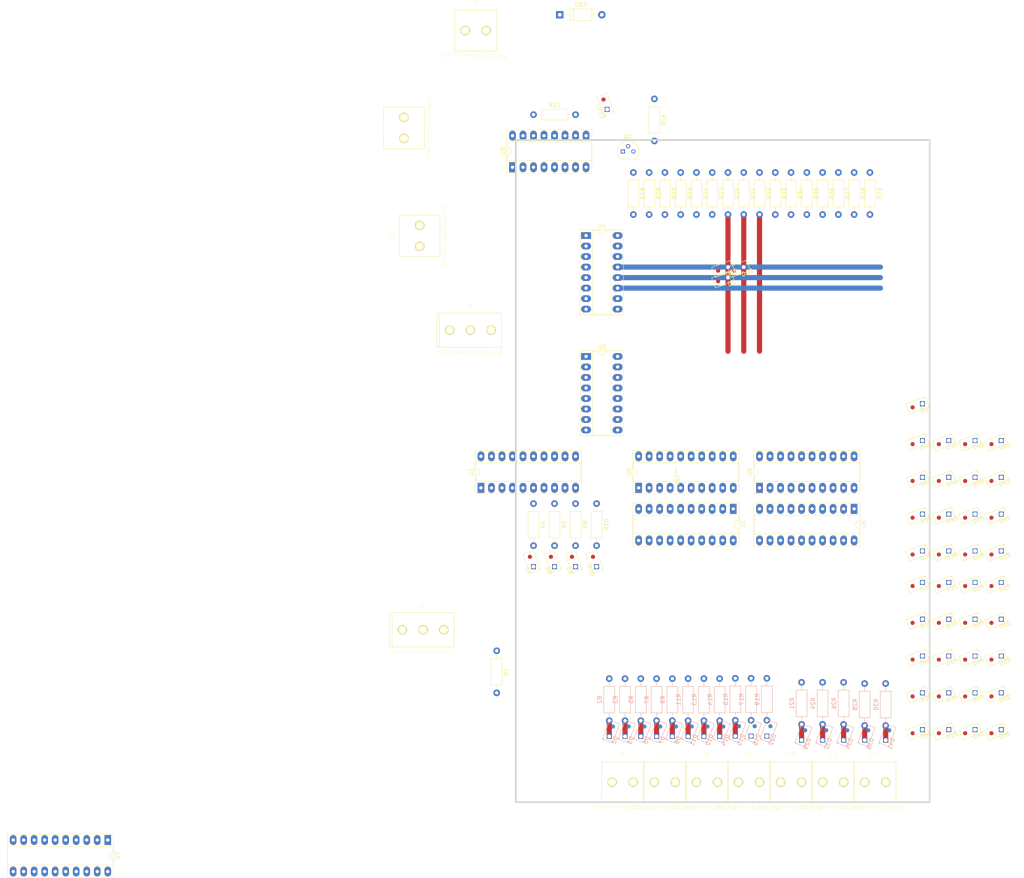
<source format=kicad_pcb>
(kicad_pcb (version 20171130) (host pcbnew 5.0.0-rc2-dev-unknown-0ded476~63~ubuntu16.04.1)
  (layers (0 F.Cu signal) (31 B.Cu signal) (34 B.Paste user) (35 F.Paste user) (36 B.SilkS user) (37 F.SilkS user) (38 B.Mask user) (39 F.Mask user) (44 Edge.Cuts user))
  (net 0 "")
  (net 1 GND)
  (net 2 "Net-(D1-Pad2)")
  (net 3 "Net-(D2-Pad1)")
  (net 4 "Net-(D3-Pad1)")
  (net 5 "Net-(D4-Pad1)")
  (net 6 "Net-(D5-Pad1)")
  (net 7 "Net-(D6-Pad1)")
  (net 8 "Net-(D7-Pad1)")
  (net 9 "Net-(D8-Pad1)")
  (net 10 "Net-(D9-Pad1)")
  (net 11 "Net-(D10-Pad1)")
  (net 12 "Net-(D11-Pad1)")
  (net 13 "Net-(D12-Pad1)")
  (net 14 "Net-(D13-Pad1)")
  (net 15 "Net-(D13-Pad2)")
  (net 16 "Net-(D14-Pad1)")
  (net 17 "Net-(D15-Pad1)")
  (net 18 "Net-(D16-Pad1)")
  (net 19 "Net-(D17-Pad1)")
  (net 20 "Net-(D18-Pad1)")
  (net 21 "Net-(D19-Pad1)")
  (net 22 "Net-(D20-Pad1)")
  (net 23 "Net-(D21-Pad1)")
  (net 24 "Net-(D22-Pad1)")
  (net 25 "Net-(D23-Pad2)")
  (net 26 "Net-(D23-Pad1)")
  (net 27 "Net-(D25-Pad1)")
  (net 28 "Net-(D26-Pad1)")
  (net 29 "Net-(D27-Pad1)")
  (net 30 "Net-(D32-Pad1)")
  (net 31 "Net-(D36-Pad1)")
  (net 32 "Net-(D37-Pad2)")
  (net 33 "Net-(D43-Pad1)")
  (net 34 "Net-(D43-Pad2)")
  (net 35 "Net-(D46-Pad2)")
  (net 36 "Net-(D47-Pad1)")
  (net 37 "Net-(D47-Pad2)")
  (net 38 "Net-(D51-Pad1)")
  (net 39 "Net-(D56-Pad1)")
  (net 40 "Net-(D59-Pad2)")
  (net 41 "Net-(D61-Pad2)")
  (net 42 /Takt)
  (net 43 /vom_Befehle-decoder)
  (net 44 "Net-(R1-Pad1)")
  (net 45 "Net-(R2-Pad1)")
  (net 46 "Net-(R3-Pad1)")
  (net 47 "Net-(R4-Pad1)")
  (net 48 "Net-(R5-Pad1)")
  (net 49 "Net-(R6-Pad1)")
  (net 50 "Net-(R7-Pad1)")
  (net 51 "Net-(R8-Pad1)")
  (net 52 "Net-(R9-Pad1)")
  (net 53 "Net-(R10-Pad1)")
  (net 54 "Net-(R11-Pad1)")
  (net 55 "Net-(R13-Pad1)")
  (net 56 "Net-(R14-Pad1)")
  (net 57 "Net-(R15-Pad1)")
  (net 58 "Net-(Q1-Pad1)")
  (net 59 "Net-(R17-Pad1)")
  (net 60 "Net-(R19-Pad1)")
  (net 61 "Net-(R24-Pad1)")
  (net 62 "Net-(R38-Pad2)")
  (net 63 "Net-(R39-Pad2)")
  (net 64 "Net-(U5-Pad7)")
  (net 65 VCC)
  (net 66 /clrMPC)
  (net 67 /enAkku)
  (net 68 /loadIR)
  (net 69 "Net-(P17-Pad1)")
  (net 70 "Net-(P18-Pad1)")
  (net 71 "Net-(P20-Pad1)")
  (net 72 "Net-(P21-Pad1)")
  (net 73 "Net-(P22-Pad1)")
  (net 74 "Net-(P23-Pad1)")
  (net 75 /16)
  (net 76 "Net-(U1-Pad19)")
  (net 77 "Net-(U1-Pad8)")
  (net 78 "Net-(U1-Pad6)")
  (net 79 "Net-(U1-Pad11)")
  (net 80 "Net-(U1-Pad1)")
  (net 81 "Net-(U6-Pad1)")
  (net 82 "Net-(D17-Pad2)")
  (net 83 "Net-(D21-Pad2)")
  (net 84 "Net-(D29-Pad1)")
  (net 85 "Net-(D30-Pad2)")
  (net 86 "Net-(D33-Pad1)")
  (net 87 "Net-(D34-Pad1)")
  (net 88 "Net-(D35-Pad1)")
  (net 89 "Net-(D35-Pad2)")
  (net 90 "Net-(D39-Pad2)")
  (net 91 "Net-(D41-Pad1)")
  (net 92 "Net-(R21-Pad1)")
  (net 93 "Net-(R26-Pad1)")
  (net 94 "Net-(R28-Pad1)")
  (net 95 "Net-(R30-Pad1)")
  (net 96 "Net-(U2-Pad1)")
  (net 97 "Net-(U3-Pad15)")
  (net 98 "Net-(U2-Pad19)")
  (net 99 "Net-(U6-Pad19)")
  (net 100 "Net-(D4-Pad2)")
  (net 101 "Net-(D6-Pad2)")
  (net 102 "Net-(D8-Pad2)")
  (net 103 "Net-(D10-Pad2)")
  (net 104 "Net-(R4-Pad2)")
  (net 105 "Net-(R6-Pad2)")
  (net 106 "Net-(R8-Pad2)")
  (net 107 "Net-(R10-Pad2)")
  (net 108 "Net-(D42-Pad2)")
  (net 109 /enDEC)
  (net 110 /11)
  (net 111 /3)
  (net 112 "Net-(J6-Pad1)")
  (net 113 "Net-(J7-Pad1)")
  (net 114 /5)
  (net 115 /7)
  (net 116 "Net-(J9-Pad1)")
  (net 117 /9)
  (net 118 "Net-(J10-Pad1)")
  (net 119 "Net-(J11-Pad1)")
  (net 120 /13)
  (net 121 /15)
  (net 122 "Net-(R16-Pad1)")
  (net 123 "Net-(R27-Pad2)")
  (net 124 "Net-(U2-Pad8)")
  (module Resistors_ThroughHole:R_Axial_DIN0207_L6.3mm_D2.5mm_P10.16mm_Horizontal (layer F.Cu) (at 36.83 167.64 270)
    (fp_text reference R1 (at 5.08 -2.31 270) (layer F.SilkS))
    (fp_text value R)
    (pad 1 thru_hole circle (at 0 0 270) (size 1.6 1.6) (drill 0.8) (layers *.Cu *.Mask) (net 44 "Net-(R1-Pad1)"))
    (pad 2 thru_hole oval (at 10.16 0 270) (size 1.6 1.6) (drill 0.8) (layers *.Cu *.Mask) (net 2 "Net-(D1-Pad2)"))
  )
  (module Resistors_ThroughHole:R_Axial_DIN0207_L6.3mm_D2.5mm_P10.16mm_Horizontal (layer B.Cu) (at 64.025934 174.363354 270)
    (fp_text reference R2 (at 5.08 2.31 270) (layer B.SilkS) (effects (justify mirror)))
    (fp_text value R)
    (pad 2 thru_hole oval (at 10.16 0 270) (size 1.6 1.6) (drill 0.8) (layers *.Cu *.Mask) (net 3 "Net-(D2-Pad1)"))
    (pad 1 thru_hole circle (at 0 0 270) (size 1.6 1.6) (drill 0.8) (layers *.Cu *.Mask) (net 45 "Net-(R2-Pad1)"))
  )
  (module Resistors_ThroughHole:R_Axial_DIN0207_L6.3mm_D2.5mm_P10.16mm_Horizontal (layer B.Cu) (at 67.835934 174.363354 270)
    (fp_text reference R3 (at 5.08 2.31 270) (layer B.SilkS) (effects (justify mirror)))
    (fp_text value R)
    (pad 1 thru_hole circle (at 0 0 270) (size 1.6 1.6) (drill 0.8) (layers *.Cu *.Mask) (net 46 "Net-(R3-Pad1)"))
    (pad 2 thru_hole oval (at 10.16 0 270) (size 1.6 1.6) (drill 0.8) (layers *.Cu *.Mask) (net 4 "Net-(D3-Pad1)"))
  )
  (module Resistors_ThroughHole:R_Axial_DIN0207_L6.3mm_D2.5mm_P10.16mm_Horizontal (layer F.Cu) (at 45.72 132.08 270)
    (fp_text reference R4 (at 5.08 -2.31 270) (layer F.SilkS))
    (fp_text value R)
    (pad 2 thru_hole oval (at 10.16 0 270) (size 1.6 1.6) (drill 0.8) (layers *.Cu *.Mask) (net 104 "Net-(R4-Pad2)"))
    (pad 1 thru_hole circle (at 0 0 270) (size 1.6 1.6) (drill 0.8) (layers *.Cu *.Mask) (net 47 "Net-(R4-Pad1)"))
  )
  (module Resistors_ThroughHole:R_Axial_DIN0207_L6.3mm_D2.5mm_P10.16mm_Horizontal (layer B.Cu) (at 71.645934 174.363354 270)
    (fp_text reference R5 (at 5.08 2.31 270) (layer B.SilkS) (effects (justify mirror)))
    (fp_text value R)
    (pad 1 thru_hole circle (at 0 0 270) (size 1.6 1.6) (drill 0.8) (layers *.Cu *.Mask) (net 48 "Net-(R5-Pad1)"))
    (pad 2 thru_hole oval (at 10.16 0 270) (size 1.6 1.6) (drill 0.8) (layers *.Cu *.Mask) (net 6 "Net-(D5-Pad1)"))
  )
  (module Resistors_ThroughHole:R_Axial_DIN0207_L6.3mm_D2.5mm_P10.16mm_Horizontal (layer F.Cu) (at 50.8 132.08 270)
    (fp_text reference R6 (at 5.08 -2.31 270) (layer F.SilkS))
    (fp_text value R)
    (pad 1 thru_hole circle (at 0 0 270) (size 1.6 1.6) (drill 0.8) (layers *.Cu *.Mask) (net 49 "Net-(R6-Pad1)"))
    (pad 2 thru_hole oval (at 10.16 0 270) (size 1.6 1.6) (drill 0.8) (layers *.Cu *.Mask) (net 105 "Net-(R6-Pad2)"))
  )
  (module Resistors_ThroughHole:R_Axial_DIN0207_L6.3mm_D2.5mm_P10.16mm_Horizontal (layer B.Cu) (at 75.455934 174.363354 270)
    (fp_text reference R7 (at 5.08 2.31 270) (layer B.SilkS) (effects (justify mirror)))
    (fp_text value R)
    (pad 2 thru_hole oval (at 10.16 0 270) (size 1.6 1.6) (drill 0.8) (layers *.Cu *.Mask) (net 8 "Net-(D7-Pad1)"))
    (pad 1 thru_hole circle (at 0 0 270) (size 1.6 1.6) (drill 0.8) (layers *.Cu *.Mask) (net 50 "Net-(R7-Pad1)"))
  )
  (module Resistors_ThroughHole:R_Axial_DIN0207_L6.3mm_D2.5mm_P10.16mm_Horizontal (layer F.Cu) (at 55.88 132.08 270)
    (fp_text reference R8 (at 5.08 -2.31 270) (layer F.SilkS))
    (fp_text value R)
    (pad 2 thru_hole oval (at 10.16 0 270) (size 1.6 1.6) (drill 0.8) (layers *.Cu *.Mask) (net 106 "Net-(R8-Pad2)"))
    (pad 1 thru_hole circle (at 0 0 270) (size 1.6 1.6) (drill 0.8) (layers *.Cu *.Mask) (net 51 "Net-(R8-Pad1)"))
  )
  (module Resistors_ThroughHole:R_Axial_DIN0207_L6.3mm_D2.5mm_P10.16mm_Horizontal (layer B.Cu) (at 79.265934 174.363354 270)
    (fp_text reference R9 (at 5.08 2.31 270) (layer B.SilkS) (effects (justify mirror)))
    (fp_text value R)
    (pad 1 thru_hole circle (at 0 0 270) (size 1.6 1.6) (drill 0.8) (layers *.Cu *.Mask) (net 52 "Net-(R9-Pad1)"))
    (pad 2 thru_hole oval (at 10.16 0 270) (size 1.6 1.6) (drill 0.8) (layers *.Cu *.Mask) (net 10 "Net-(D9-Pad1)"))
  )
  (module Resistors_ThroughHole:R_Axial_DIN0207_L6.3mm_D2.5mm_P10.16mm_Horizontal (layer F.Cu) (at 60.96 132.08 270)
    (fp_text reference R10 (at 5.08 -2.31 270) (layer F.SilkS))
    (fp_text value R)
    (pad 1 thru_hole circle (at 0 0 270) (size 1.6 1.6) (drill 0.8) (layers *.Cu *.Mask) (net 53 "Net-(R10-Pad1)"))
    (pad 2 thru_hole oval (at 10.16 0 270) (size 1.6 1.6) (drill 0.8) (layers *.Cu *.Mask) (net 107 "Net-(R10-Pad2)"))
  )
  (module Resistors_ThroughHole:R_Axial_DIN0207_L6.3mm_D2.5mm_P10.16mm_Horizontal (layer B.Cu) (at 83.075934 174.363354 270)
    (fp_text reference R11 (at 5.08 2.31 270) (layer B.SilkS) (effects (justify mirror)))
    (fp_text value R)
    (pad 1 thru_hole circle (at 0 0 270) (size 1.6 1.6) (drill 0.8) (layers *.Cu *.Mask) (net 54 "Net-(R11-Pad1)"))
    (pad 2 thru_hole oval (at 10.16 0 270) (size 1.6 1.6) (drill 0.8) (layers *.Cu *.Mask) (net 12 "Net-(D11-Pad1)"))
  )
  (module Resistors_ThroughHole:R_Axial_DIN0207_L6.3mm_D2.5mm_P10.16mm_Horizontal (layer F.Cu) (at 45.72 38.1)
    (fp_text reference R12 (at 5.08 -2.31) (layer F.SilkS))
    (fp_text value R)
    (pad 1 thru_hole circle (at 0 0) (size 1.6 1.6) (drill 0.8) (layers *.Cu *.Mask) (net 15 "Net-(D13-Pad2)"))
    (pad 2 thru_hole oval (at 10.16 0) (size 1.6 1.6) (drill 0.8) (layers *.Cu *.Mask) (net 65 VCC))
  )
  (module Resistors_ThroughHole:R_Axial_DIN0207_L6.3mm_D2.5mm_P10.16mm_Horizontal (layer B.Cu) (at 86.885934 174.363354 270)
    (fp_text reference R13 (at 5.08 2.31 270) (layer B.SilkS) (effects (justify mirror)))
    (fp_text value R)
    (pad 2 thru_hole oval (at 10.16 0 270) (size 1.6 1.6) (drill 0.8) (layers *.Cu *.Mask) (net 13 "Net-(D12-Pad1)"))
    (pad 1 thru_hole circle (at 0 0 270) (size 1.6 1.6) (drill 0.8) (layers *.Cu *.Mask) (net 55 "Net-(R13-Pad1)"))
  )
  (module Resistors_ThroughHole:R_Axial_DIN0207_L6.3mm_D2.5mm_P10.16mm_Horizontal (layer B.Cu) (at 90.695934 174.363354 270)
    (fp_text reference R14 (at 5.08 2.31 270) (layer B.SilkS) (effects (justify mirror)))
    (fp_text value R)
    (pad 1 thru_hole circle (at 0 0 270) (size 1.6 1.6) (drill 0.8) (layers *.Cu *.Mask) (net 56 "Net-(R14-Pad1)"))
    (pad 2 thru_hole oval (at 10.16 0 270) (size 1.6 1.6) (drill 0.8) (layers *.Cu *.Mask) (net 16 "Net-(D14-Pad1)"))
  )
  (module Resistors_ThroughHole:R_Axial_DIN0207_L6.3mm_D2.5mm_P10.16mm_Horizontal (layer B.Cu) (at 94.482418 174.281084 270)
    (fp_text reference R15 (at 5.08 2.31 270) (layer B.SilkS) (effects (justify mirror)))
    (fp_text value R)
    (pad 1 thru_hole circle (at 0 0 270) (size 1.6 1.6) (drill 0.8) (layers *.Cu *.Mask) (net 57 "Net-(R15-Pad1)"))
    (pad 2 thru_hole oval (at 10.16 0 270) (size 1.6 1.6) (drill 0.8) (layers *.Cu *.Mask) (net 17 "Net-(D15-Pad1)"))
  )
  (module Resistors_ThroughHole:R_Axial_DIN0207_L6.3mm_D2.5mm_P10.16mm_Horizontal (layer F.Cu) (at 74.93 34.29 270)
    (fp_text reference R16 (at 5.08 -2.31 270) (layer F.SilkS))
    (fp_text value R)
    (pad 2 thru_hole oval (at 10.16 0 270) (size 1.6 1.6) (drill 0.8) (layers *.Cu *.Mask) (net 58 "Net-(Q1-Pad1)"))
    (pad 1 thru_hole circle (at 0 0 270) (size 1.6 1.6) (drill 0.8) (layers *.Cu *.Mask) (net 122 "Net-(R16-Pad1)"))
  )
  (module Resistors_ThroughHole:R_Axial_DIN0207_L6.3mm_D2.5mm_P10.16mm_Horizontal (layer B.Cu) (at 98.292418 174.281084 270)
    (fp_text reference R17 (at 5.08 2.31 270) (layer B.SilkS) (effects (justify mirror)))
    (fp_text value R)
    (pad 1 thru_hole circle (at 0 0 270) (size 1.6 1.6) (drill 0.8) (layers *.Cu *.Mask) (net 59 "Net-(R17-Pad1)"))
    (pad 2 thru_hole oval (at 10.16 0 270) (size 1.6 1.6) (drill 0.8) (layers *.Cu *.Mask) (net 18 "Net-(D16-Pad1)"))
  )
  (module Resistors_ThroughHole:R_Axial_DIN0207_L6.3mm_D2.5mm_P10.16mm_Horizontal (layer F.Cu) (at 69.85 52.07 270)
    (fp_text reference R18 (at 5.08 -2.31 270) (layer F.SilkS))
    (fp_text value R)
    (pad 2 thru_hole oval (at 10.16 0 270) (size 1.6 1.6) (drill 0.8) (layers *.Cu *.Mask) (net 82 "Net-(D17-Pad2)"))
    (pad 1 thru_hole circle (at 0 0 270) (size 1.6 1.6) (drill 0.8) (layers *.Cu *.Mask) (net 65 VCC))
  )
  (module Resistors_ThroughHole:R_Axial_DIN0207_L6.3mm_D2.5mm_P10.16mm_Horizontal (layer B.Cu) (at 102.102418 174.281084 270)
    (fp_text reference R19 (at 5.08 2.31 270) (layer B.SilkS) (effects (justify mirror)))
    (fp_text value R)
    (pad 1 thru_hole circle (at 0 0 270) (size 1.6 1.6) (drill 0.8) (layers *.Cu *.Mask) (net 60 "Net-(R19-Pad1)"))
    (pad 2 thru_hole oval (at 10.16 0 270) (size 1.6 1.6) (drill 0.8) (layers *.Cu *.Mask) (net 24 "Net-(D22-Pad1)"))
  )
  (module Resistors_ThroughHole:R_Axial_DIN0207_L6.3mm_D2.5mm_P10.16mm_Horizontal (layer F.Cu) (at 73.66 52.07 270)
    (fp_text reference R20 (at 5.08 -2.31 270) (layer F.SilkS))
    (fp_text value R)
    (pad 2 thru_hole oval (at 10.16 0 270) (size 1.6 1.6) (drill 0.8) (layers *.Cu *.Mask) (net 83 "Net-(D21-Pad2)"))
    (pad 1 thru_hole circle (at 0 0 270) (size 1.6 1.6) (drill 0.8) (layers *.Cu *.Mask) (net 65 VCC))
  )
  (module Resistors_ThroughHole:R_Axial_DIN0207_L6.3mm_D2.5mm_P10.16mm_Horizontal (layer B.Cu) (at 110.49 175.26 270)
    (fp_text reference R21 (at 5.08 2.31 270) (layer B.SilkS) (effects (justify mirror)))
    (fp_text value R)
    (pad 1 thru_hole circle (at 0 0 270) (size 1.6 1.6) (drill 0.8) (layers *.Cu *.Mask) (net 92 "Net-(R21-Pad1)"))
    (pad 2 thru_hole oval (at 10.16 0 270) (size 1.6 1.6) (drill 0.8) (layers *.Cu *.Mask) (net 84 "Net-(D29-Pad1)"))
  )
  (module Resistors_ThroughHole:R_Axial_DIN0207_L6.3mm_D2.5mm_P10.16mm_Horizontal (layer F.Cu) (at 77.47 52.07 270)
    (fp_text reference R22 (at 5.08 -2.31 270) (layer F.SilkS))
    (fp_text value R)
    (pad 2 thru_hole oval (at 10.16 0 270) (size 1.6 1.6) (drill 0.8) (layers *.Cu *.Mask) (net 25 "Net-(D23-Pad2)"))
    (pad 1 thru_hole circle (at 0 0 270) (size 1.6 1.6) (drill 0.8) (layers *.Cu *.Mask) (net 65 VCC))
  )
  (module Resistors_ThroughHole:R_Axial_DIN0207_L6.3mm_D2.5mm_P10.16mm_Horizontal (layer F.Cu) (at 81.28 52.07 270)
    (fp_text reference R23 (at 5.08 -2.31 270) (layer F.SilkS))
    (fp_text value R)
    (pad 1 thru_hole circle (at 0 0 270) (size 1.6 1.6) (drill 0.8) (layers *.Cu *.Mask) (net 65 VCC))
    (pad 2 thru_hole oval (at 10.16 0 270) (size 1.6 1.6) (drill 0.8) (layers *.Cu *.Mask) (net 85 "Net-(D30-Pad2)"))
  )
  (module Resistors_ThroughHole:R_Axial_DIN0207_L6.3mm_D2.5mm_P10.16mm_Horizontal (layer B.Cu) (at 115.57 175.26 270)
    (fp_text reference R24 (at 5.08 2.31 270) (layer B.SilkS) (effects (justify mirror)))
    (fp_text value R)
    (pad 1 thru_hole circle (at 0 0 270) (size 1.6 1.6) (drill 0.8) (layers *.Cu *.Mask) (net 61 "Net-(R24-Pad1)"))
    (pad 2 thru_hole oval (at 10.16 0 270) (size 1.6 1.6) (drill 0.8) (layers *.Cu *.Mask) (net 30 "Net-(D32-Pad1)"))
  )
  (module Resistors_ThroughHole:R_Axial_DIN0207_L6.3mm_D2.5mm_P10.16mm_Horizontal (layer F.Cu) (at 85.09 52.07 270)
    (fp_text reference R25 (at 5.08 -2.31 270) (layer F.SilkS))
    (fp_text value R)
    (pad 2 thru_hole oval (at 10.16 0 270) (size 1.6 1.6) (drill 0.8) (layers *.Cu *.Mask) (net 65 VCC))
    (pad 1 thru_hole circle (at 0 0 270) (size 1.6 1.6) (drill 0.8) (layers *.Cu *.Mask) (net 65 VCC))
  )
  (module Resistors_ThroughHole:R_Axial_DIN0207_L6.3mm_D2.5mm_P10.16mm_Horizontal (layer B.Cu) (at 120.65 175.26 270)
    (fp_text reference R26 (at 5.08 2.31 270) (layer B.SilkS) (effects (justify mirror)))
    (fp_text value R)
    (pad 1 thru_hole circle (at 0 0 270) (size 1.6 1.6) (drill 0.8) (layers *.Cu *.Mask) (net 93 "Net-(R26-Pad1)"))
    (pad 2 thru_hole oval (at 10.16 0 270) (size 1.6 1.6) (drill 0.8) (layers *.Cu *.Mask) (net 87 "Net-(D34-Pad1)"))
  )
  (module Resistors_ThroughHole:R_Axial_DIN0207_L6.3mm_D2.5mm_P10.16mm_Horizontal (layer F.Cu) (at 88.9 52.07 270)
    (fp_text reference R27 (at 5.08 -2.31 270) (layer F.SilkS))
    (fp_text value R)
    (pad 2 thru_hole oval (at 10.16 0 270) (size 1.6 1.6) (drill 0.8) (layers *.Cu *.Mask) (net 123 "Net-(R27-Pad2)"))
    (pad 1 thru_hole circle (at 0 0 270) (size 1.6 1.6) (drill 0.8) (layers *.Cu *.Mask) (net 65 VCC))
  )
  (module Resistors_ThroughHole:R_Axial_DIN0207_L6.3mm_D2.5mm_P10.16mm_Horizontal (layer B.Cu) (at 125.73 175.551084 270)
    (fp_text reference R28 (at 5.08 2.31 270) (layer B.SilkS) (effects (justify mirror)))
    (fp_text value R)
    (pad 1 thru_hole circle (at 0 0 270) (size 1.6 1.6) (drill 0.8) (layers *.Cu *.Mask) (net 94 "Net-(R28-Pad1)"))
    (pad 2 thru_hole oval (at 10.16 0 270) (size 1.6 1.6) (drill 0.8) (layers *.Cu *.Mask) (net 31 "Net-(D36-Pad1)"))
  )
  (module Resistors_ThroughHole:R_Axial_DIN0207_L6.3mm_D2.5mm_P10.16mm_Horizontal (layer F.Cu) (at 92.71 52.07 270)
    (fp_text reference R29 (at 5.08 -2.31 270) (layer F.SilkS))
    (fp_text value R)
    (pad 2 thru_hole oval (at 10.16 0 270) (size 1.6 1.6) (drill 0.8) (layers *.Cu *.Mask) (net 32 "Net-(D37-Pad2)"))
    (pad 1 thru_hole circle (at 0 0 270) (size 1.6 1.6) (drill 0.8) (layers *.Cu *.Mask) (net 65 VCC))
  )
  (module Resistors_ThroughHole:R_Axial_DIN0207_L6.3mm_D2.5mm_P10.16mm_Horizontal (layer B.Cu) (at 130.81 175.551084 270)
    (fp_text reference R30 (at 5.08 2.31 270) (layer B.SilkS) (effects (justify mirror)))
    (fp_text value R)
    (pad 2 thru_hole oval (at 10.16 0 270) (size 1.6 1.6) (drill 0.8) (layers *.Cu *.Mask) (net 91 "Net-(D41-Pad1)"))
    (pad 1 thru_hole circle (at 0 0 270) (size 1.6 1.6) (drill 0.8) (layers *.Cu *.Mask) (net 95 "Net-(R30-Pad1)"))
  )
  (module Resistors_ThroughHole:R_Axial_DIN0207_L6.3mm_D2.5mm_P10.16mm_Horizontal (layer F.Cu) (at 96.52 52.07 270)
    (fp_text reference R31 (at 5.08 -2.31 270) (layer F.SilkS))
    (fp_text value R)
    (pad 2 thru_hole oval (at 10.16 0 270) (size 1.6 1.6) (drill 0.8) (layers *.Cu *.Mask) (net 90 "Net-(D39-Pad2)"))
    (pad 1 thru_hole circle (at 0 0 270) (size 1.6 1.6) (drill 0.8) (layers *.Cu *.Mask) (net 65 VCC))
  )
  (module Resistors_ThroughHole:R_Axial_DIN0207_L6.3mm_D2.5mm_P10.16mm_Horizontal (layer F.Cu) (at 100.33 52.07 270)
    (fp_text reference R32 (at 5.08 -2.31 270) (layer F.SilkS))
    (fp_text value R)
    (pad 1 thru_hole circle (at 0 0 270) (size 1.6 1.6) (drill 0.8) (layers *.Cu *.Mask) (net 65 VCC))
    (pad 2 thru_hole oval (at 10.16 0 270) (size 1.6 1.6) (drill 0.8) (layers *.Cu *.Mask) (net 42 /Takt))
  )
  (module Resistors_ThroughHole:R_Axial_DIN0207_L6.3mm_D2.5mm_P10.16mm_Horizontal (layer F.Cu) (at 104.14 52.07 270)
    (fp_text reference R33 (at 5.08 -2.31 270) (layer F.SilkS))
    (fp_text value R)
    (pad 2 thru_hole oval (at 10.16 0 270) (size 1.6 1.6) (drill 0.8) (layers *.Cu *.Mask) (net 34 "Net-(D43-Pad2)"))
    (pad 1 thru_hole circle (at 0 0 270) (size 1.6 1.6) (drill 0.8) (layers *.Cu *.Mask) (net 65 VCC))
  )
  (module Resistors_ThroughHole:R_Axial_DIN0207_L6.3mm_D2.5mm_P10.16mm_Horizontal (layer F.Cu) (at 107.95 52.07 270)
    (fp_text reference R34 (at 5.08 -2.31 270) (layer F.SilkS))
    (fp_text value R)
    (pad 2 thru_hole oval (at 10.16 0 270) (size 1.6 1.6) (drill 0.8) (layers *.Cu *.Mask) (net 35 "Net-(D46-Pad2)"))
    (pad 1 thru_hole circle (at 0 0 270) (size 1.6 1.6) (drill 0.8) (layers *.Cu *.Mask) (net 65 VCC))
  )
  (module Resistors_ThroughHole:R_Axial_DIN0207_L6.3mm_D2.5mm_P10.16mm_Horizontal (layer F.Cu) (at 111.76 52.07 270)
    (fp_text reference R35 (at 5.08 -2.31 270) (layer F.SilkS))
    (fp_text value R)
    (pad 2 thru_hole oval (at 10.16 0 270) (size 1.6 1.6) (drill 0.8) (layers *.Cu *.Mask) (net 37 "Net-(D47-Pad2)"))
    (pad 1 thru_hole circle (at 0 0 270) (size 1.6 1.6) (drill 0.8) (layers *.Cu *.Mask) (net 65 VCC))
  )
  (module Resistors_ThroughHole:R_Axial_DIN0207_L6.3mm_D2.5mm_P10.16mm_Horizontal (layer F.Cu) (at 115.57 52.07 270)
    (fp_text reference R36 (at 5.08 -2.31 270) (layer F.SilkS))
    (fp_text value R)
    (pad 2 thru_hole oval (at 10.16 0 270) (size 1.6 1.6) (drill 0.8) (layers *.Cu *.Mask) (net 40 "Net-(D59-Pad2)"))
    (pad 1 thru_hole circle (at 0 0 270) (size 1.6 1.6) (drill 0.8) (layers *.Cu *.Mask) (net 65 VCC))
  )
  (module Resistors_ThroughHole:R_Axial_DIN0207_L6.3mm_D2.5mm_P10.16mm_Horizontal (layer F.Cu) (at 119.38 52.07 270)
    (fp_text reference R37 (at 5.08 -2.31 270) (layer F.SilkS))
    (fp_text value R)
    (pad 2 thru_hole oval (at 10.16 0 270) (size 1.6 1.6) (drill 0.8) (layers *.Cu *.Mask) (net 41 "Net-(D61-Pad2)"))
    (pad 1 thru_hole circle (at 0 0 270) (size 1.6 1.6) (drill 0.8) (layers *.Cu *.Mask) (net 65 VCC))
  )
  (module Resistors_ThroughHole:R_Axial_DIN0207_L6.3mm_D2.5mm_P10.16mm_Horizontal (layer F.Cu) (at 123.19 52.07 270)
    (fp_text reference R38 (at 5.08 -2.31 270) (layer F.SilkS))
    (fp_text value R)
    (pad 2 thru_hole oval (at 10.16 0 270) (size 1.6 1.6) (drill 0.8) (layers *.Cu *.Mask) (net 62 "Net-(R38-Pad2)"))
    (pad 1 thru_hole circle (at 0 0 270) (size 1.6 1.6) (drill 0.8) (layers *.Cu *.Mask) (net 65 VCC))
  )
  (module Resistors_ThroughHole:R_Axial_DIN0207_L6.3mm_D2.5mm_P10.16mm_Horizontal (layer F.Cu) (at 127 52.07 270)
    (fp_text reference R39 (at 5.08 -2.31 270) (layer F.SilkS))
    (fp_text value R)
    (pad 2 thru_hole oval (at 10.16 0 270) (size 1.6 1.6) (drill 0.8) (layers *.Cu *.Mask) (net 63 "Net-(R39-Pad2)"))
    (pad 1 thru_hole circle (at 0 0 270) (size 1.6 1.6) (drill 0.8) (layers *.Cu *.Mask) (net 65 VCC))
  )
  (module Housings_DIP:DIP-20_W7.62mm_Socket_LongPads (layer F.Cu) (at 33.02 128.27 90)
    (fp_text reference U1 (at 3.81 -2.33 90) (layer F.SilkS))
    (fp_text value 74ls240)
    (pad 20 thru_hole oval (at 7.62 0 90) (size 2.4 1.6) (drill 0.8) (layers *.Cu *.Mask))
    (pad 10 thru_hole oval (at 0 22.86 90) (size 2.4 1.6) (drill 0.8) (layers *.Cu *.Mask))
    (pad 19 thru_hole oval (at 7.62 2.54 90) (size 2.4 1.6) (drill 0.8) (layers *.Cu *.Mask) (net 76 "Net-(U1-Pad19)"))
    (pad 9 thru_hole oval (at 0 20.32 90) (size 2.4 1.6) (drill 0.8) (layers *.Cu *.Mask) (net 53 "Net-(R10-Pad1)"))
    (pad 18 thru_hole oval (at 7.62 5.08 90) (size 2.4 1.6) (drill 0.8) (layers *.Cu *.Mask) (net 44 "Net-(R1-Pad1)"))
    (pad 8 thru_hole oval (at 0 17.78 90) (size 2.4 1.6) (drill 0.8) (layers *.Cu *.Mask) (net 77 "Net-(U1-Pad8)"))
    (pad 17 thru_hole oval (at 7.62 7.62 90) (size 2.4 1.6) (drill 0.8) (layers *.Cu *.Mask))
    (pad 7 thru_hole oval (at 0 15.24 90) (size 2.4 1.6) (drill 0.8) (layers *.Cu *.Mask))
    (pad 16 thru_hole oval (at 7.62 10.16 90) (size 2.4 1.6) (drill 0.8) (layers *.Cu *.Mask) (net 47 "Net-(R4-Pad1)"))
    (pad 6 thru_hole oval (at 0 12.7 90) (size 2.4 1.6) (drill 0.8) (layers *.Cu *.Mask) (net 78 "Net-(U1-Pad6)"))
    (pad 15 thru_hole oval (at 7.62 12.7 90) (size 2.4 1.6) (drill 0.8) (layers *.Cu *.Mask))
    (pad 5 thru_hole oval (at 0 10.16 90) (size 2.4 1.6) (drill 0.8) (layers *.Cu *.Mask))
    (pad 14 thru_hole oval (at 7.62 15.24 90) (size 2.4 1.6) (drill 0.8) (layers *.Cu *.Mask) (net 49 "Net-(R6-Pad1)"))
    (pad 4 thru_hole oval (at 0 7.62 90) (size 2.4 1.6) (drill 0.8) (layers *.Cu *.Mask) (net 79 "Net-(U1-Pad11)"))
    (pad 13 thru_hole oval (at 7.62 17.78 90) (size 2.4 1.6) (drill 0.8) (layers *.Cu *.Mask))
    (pad 3 thru_hole oval (at 0 5.08 90) (size 2.4 1.6) (drill 0.8) (layers *.Cu *.Mask))
    (pad 12 thru_hole oval (at 7.62 20.32 90) (size 2.4 1.6) (drill 0.8) (layers *.Cu *.Mask) (net 51 "Net-(R8-Pad1)"))
    (pad 2 thru_hole oval (at 0 2.54 90) (size 2.4 1.6) (drill 0.8) (layers *.Cu *.Mask))
    (pad 11 thru_hole oval (at 7.62 22.86 90) (size 2.4 1.6) (drill 0.8) (layers *.Cu *.Mask) (net 79 "Net-(U1-Pad11)"))
    (pad 1 thru_hole rect (at 0 0 90) (size 2.4 1.6) (drill 0.8) (layers *.Cu *.Mask) (net 80 "Net-(U1-Pad1)"))
  )
  (module Housings_DIP:DIP-16_W7.62mm_Socket_LongPads (layer F.Cu) (at 58.42 67.31)
    (fp_text reference U4 (at 3.81 -2.33) (layer F.SilkS))
    (fp_text value 74LS138)
    (pad 16 thru_hole oval (at 7.62 0) (size 2.4 1.6) (drill 0.8) (layers *.Cu *.Mask) (net 65 VCC))
    (pad 8 thru_hole oval (at 0 17.78) (size 2.4 1.6) (drill 0.8) (layers *.Cu *.Mask) (net 1 GND))
    (pad 15 thru_hole oval (at 7.62 2.54) (size 2.4 1.6) (drill 0.8) (layers *.Cu *.Mask) (net 33 "Net-(D43-Pad1)"))
    (pad 7 thru_hole oval (at 0 15.24) (size 2.4 1.6) (drill 0.8) (layers *.Cu *.Mask) (net 38 "Net-(D51-Pad1)"))
    (pad 14 thru_hole oval (at 7.62 5.08) (size 2.4 1.6) (drill 0.8) (layers *.Cu *.Mask) (net 26 "Net-(D23-Pad1)"))
    (pad 6 thru_hole oval (at 0 12.7) (size 2.4 1.6) (drill 0.8) (layers *.Cu *.Mask) (net 65 VCC))
    (pad 13 thru_hole oval (at 7.62 7.62) (size 2.4 1.6) (drill 0.8) (layers *.Cu *.Mask) (net 23 "Net-(D21-Pad1)"))
    (pad 5 thru_hole oval (at 0 10.16) (size 2.4 1.6) (drill 0.8) (layers *.Cu *.Mask) (net 109 /enDEC))
    (pad 12 thru_hole oval (at 7.62 10.16) (size 2.4 1.6) (drill 0.8) (layers *.Cu *.Mask) (net 36 "Net-(D47-Pad1)"))
    (pad 4 thru_hole oval (at 0 7.62) (size 2.4 1.6) (drill 0.8) (layers *.Cu *.Mask) (net 79 "Net-(U1-Pad11)"))
    (pad 11 thru_hole oval (at 7.62 12.7) (size 2.4 1.6) (drill 0.8) (layers *.Cu *.Mask) (net 27 "Net-(D25-Pad1)"))
    (pad 3 thru_hole oval (at 0 5.08) (size 2.4 1.6) (drill 0.8) (layers *.Cu *.Mask) (net 78 "Net-(U1-Pad6)"))
    (pad 10 thru_hole oval (at 7.62 15.24) (size 2.4 1.6) (drill 0.8) (layers *.Cu *.Mask) (net 86 "Net-(D33-Pad1)"))
    (pad 2 thru_hole oval (at 0 2.54) (size 2.4 1.6) (drill 0.8) (layers *.Cu *.Mask) (net 77 "Net-(U1-Pad8)"))
    (pad 9 thru_hole oval (at 7.62 17.78) (size 2.4 1.6) (drill 0.8) (layers *.Cu *.Mask) (net 19 "Net-(D17-Pad1)"))
    (pad 1 thru_hole rect (at 0 0) (size 2.4 1.6) (drill 0.8) (layers *.Cu *.Mask) (net 79 "Net-(U1-Pad11)"))
  )
  (module Housings_DIP:DIP-16_W7.62mm_Socket_LongPads (layer F.Cu) (at 58.42 96.52)
    (fp_text reference U5 (at 3.81 -2.33) (layer F.SilkS))
    (fp_text value 74LS138)
    (pad 16 thru_hole oval (at 7.62 0) (size 2.4 1.6) (drill 0.8) (layers *.Cu *.Mask) (net 65 VCC))
    (pad 8 thru_hole oval (at 0 17.78) (size 2.4 1.6) (drill 0.8) (layers *.Cu *.Mask) (net 1 GND))
    (pad 15 thru_hole oval (at 7.62 2.54) (size 2.4 1.6) (drill 0.8) (layers *.Cu *.Mask) (net 28 "Net-(D26-Pad1)"))
    (pad 7 thru_hole oval (at 0 15.24) (size 2.4 1.6) (drill 0.8) (layers *.Cu *.Mask) (net 64 "Net-(U5-Pad7)"))
    (pad 14 thru_hole oval (at 7.62 5.08) (size 2.4 1.6) (drill 0.8) (layers *.Cu *.Mask) (net 88 "Net-(D35-Pad1)"))
    (pad 6 thru_hole oval (at 0 12.7) (size 2.4 1.6) (drill 0.8) (layers *.Cu *.Mask) (net 79 "Net-(U1-Pad11)"))
    (pad 13 thru_hole oval (at 7.62 7.62) (size 2.4 1.6) (drill 0.8) (layers *.Cu *.Mask) (net 20 "Net-(D18-Pad1)"))
    (pad 5 thru_hole oval (at 0 10.16) (size 2.4 1.6) (drill 0.8) (layers *.Cu *.Mask) (net 109 /enDEC))
    (pad 12 thru_hole oval (at 7.62 10.16) (size 2.4 1.6) (drill 0.8) (layers *.Cu *.Mask) (net 21 "Net-(D19-Pad1)"))
    (pad 4 thru_hole oval (at 0 7.62) (size 2.4 1.6) (drill 0.8) (layers *.Cu *.Mask) (net 1 GND))
    (pad 11 thru_hole oval (at 7.62 12.7) (size 2.4 1.6) (drill 0.8) (layers *.Cu *.Mask) (net 39 "Net-(D56-Pad1)"))
    (pad 3 thru_hole oval (at 0 5.08) (size 2.4 1.6) (drill 0.8) (layers *.Cu *.Mask) (net 78 "Net-(U1-Pad6)"))
    (pad 10 thru_hole oval (at 7.62 15.24) (size 2.4 1.6) (drill 0.8) (layers *.Cu *.Mask) (net 29 "Net-(D27-Pad1)"))
    (pad 2 thru_hole oval (at 0 2.54) (size 2.4 1.6) (drill 0.8) (layers *.Cu *.Mask) (net 77 "Net-(U1-Pad8)"))
    (pad 9 thru_hole oval (at 7.62 17.78) (size 2.4 1.6) (drill 0.8) (layers *.Cu *.Mask) (net 22 "Net-(D20-Pad1)"))
    (pad 1 thru_hole rect (at 0 0) (size 2.4 1.6) (drill 0.8) (layers *.Cu *.Mask) (net 79 "Net-(U1-Pad11)"))
  )
  (module Housings_DIP:DIP-20_W7.62mm_Socket_LongPads (layer F.Cu) (at -57.15 213.36 270)
    (fp_text reference U7 (at 3.81 -2.33 270) (layer F.SilkS))
    (fp_text value 74LS374)
    (pad 1 thru_hole rect (at 0 0 270) (size 2.4 1.6) (drill 0.8) (layers *.Cu *.Mask) (net 42 /Takt))
    (pad 11 thru_hole oval (at 7.62 22.86 270) (size 2.4 1.6) (drill 0.8) (layers *.Cu *.Mask) (net 42 /Takt))
    (pad 2 thru_hole oval (at 0 2.54 270) (size 2.4 1.6) (drill 0.8) (layers *.Cu *.Mask) (net 66 /clrMPC))
    (pad 12 thru_hole oval (at 7.62 20.32 270) (size 2.4 1.6) (drill 0.8) (layers *.Cu *.Mask) (net 114 /5))
    (pad 3 thru_hole oval (at 0 5.08 270) (size 2.4 1.6) (drill 0.8) (layers *.Cu *.Mask) (net 82 "Net-(D17-Pad2)"))
    (pad 13 thru_hole oval (at 7.62 17.78 270) (size 2.4 1.6) (drill 0.8) (layers *.Cu *.Mask) (net 65 VCC))
    (pad 4 thru_hole oval (at 0 7.62 270) (size 2.4 1.6) (drill 0.8) (layers *.Cu *.Mask) (net 83 "Net-(D21-Pad2)"))
    (pad 14 thru_hole oval (at 7.62 15.24 270) (size 2.4 1.6) (drill 0.8) (layers *.Cu *.Mask) (net 123 "Net-(R27-Pad2)"))
    (pad 5 thru_hole oval (at 0 10.16 270) (size 2.4 1.6) (drill 0.8) (layers *.Cu *.Mask) (net 124 "Net-(U2-Pad8)"))
    (pad 15 thru_hole oval (at 7.62 12.7 270) (size 2.4 1.6) (drill 0.8) (layers *.Cu *.Mask) (net 113 "Net-(J7-Pad1)"))
    (pad 6 thru_hole oval (at 0 12.7 270) (size 2.4 1.6) (drill 0.8) (layers *.Cu *.Mask) (net 111 /3))
    (pad 16 thru_hole oval (at 7.62 10.16 270) (size 2.4 1.6) (drill 0.8) (layers *.Cu *.Mask) (net 115 /7))
    (pad 7 thru_hole oval (at 0 15.24 270) (size 2.4 1.6) (drill 0.8) (layers *.Cu *.Mask) (net 25 "Net-(D23-Pad2)"))
    (pad 17 thru_hole oval (at 7.62 7.62 270) (size 2.4 1.6) (drill 0.8) (layers *.Cu *.Mask) (net 32 "Net-(D37-Pad2)"))
    (pad 8 thru_hole oval (at 0 17.78 270) (size 2.4 1.6) (drill 0.8) (layers *.Cu *.Mask) (net 85 "Net-(D30-Pad2)"))
    (pad 18 thru_hole oval (at 7.62 5.08 270) (size 2.4 1.6) (drill 0.8) (layers *.Cu *.Mask) (net 90 "Net-(D39-Pad2)"))
    (pad 9 thru_hole oval (at 0 20.32 270) (size 2.4 1.6) (drill 0.8) (layers *.Cu *.Mask) (net 112 "Net-(J6-Pad1)"))
    (pad 19 thru_hole oval (at 7.62 2.54 270) (size 2.4 1.6) (drill 0.8) (layers *.Cu *.Mask) (net 67 /enAkku))
    (pad 10 thru_hole oval (at 0 22.86 270) (size 2.4 1.6) (drill 0.8) (layers *.Cu *.Mask) (net 1 GND))
    (pad 20 thru_hole oval (at 7.62 0 270) (size 2.4 1.6) (drill 0.8) (layers *.Cu *.Mask) (net 65 VCC))
  )
  (module Housings_DIP:DIP-20_W7.62mm_Socket_LongPads (layer F.Cu) (at 71.12 128.27 90)
    (fp_text reference U8 (at 3.81 -2.33 90) (layer F.SilkS))
    (fp_text value 74LS374)
    (pad 1 thru_hole rect (at 0 0 90) (size 2.4 1.6) (drill 0.8) (layers *.Cu *.Mask) (net 42 /Takt))
    (pad 11 thru_hole oval (at 7.62 22.86 90) (size 2.4 1.6) (drill 0.8) (layers *.Cu *.Mask) (net 42 /Takt))
    (pad 2 thru_hole oval (at 0 2.54 90) (size 2.4 1.6) (drill 0.8) (layers *.Cu *.Mask) (net 117 /9))
    (pad 12 thru_hole oval (at 7.62 20.32 90) (size 2.4 1.6) (drill 0.8) (layers *.Cu *.Mask) (net 120 /13))
    (pad 3 thru_hole oval (at 0 5.08 90) (size 2.4 1.6) (drill 0.8) (layers *.Cu *.Mask) (net 42 /Takt))
    (pad 13 thru_hole oval (at 7.62 17.78 90) (size 2.4 1.6) (drill 0.8) (layers *.Cu *.Mask) (net 40 "Net-(D59-Pad2)"))
    (pad 4 thru_hole oval (at 0 7.62 90) (size 2.4 1.6) (drill 0.8) (layers *.Cu *.Mask) (net 34 "Net-(D43-Pad2)"))
    (pad 14 thru_hole oval (at 7.62 15.24 90) (size 2.4 1.6) (drill 0.8) (layers *.Cu *.Mask) (net 41 "Net-(D61-Pad2)"))
    (pad 5 thru_hole oval (at 0 10.16 90) (size 2.4 1.6) (drill 0.8) (layers *.Cu *.Mask) (net 116 "Net-(J9-Pad1)"))
    (pad 15 thru_hole oval (at 7.62 12.7 90) (size 2.4 1.6) (drill 0.8) (layers *.Cu *.Mask) (net 119 "Net-(J11-Pad1)"))
    (pad 6 thru_hole oval (at 0 12.7 90) (size 2.4 1.6) (drill 0.8) (layers *.Cu *.Mask) (net 110 /11))
    (pad 16 thru_hole oval (at 7.62 10.16 90) (size 2.4 1.6) (drill 0.8) (layers *.Cu *.Mask) (net 121 /15))
    (pad 7 thru_hole oval (at 0 15.24 90) (size 2.4 1.6) (drill 0.8) (layers *.Cu *.Mask) (net 37 "Net-(D47-Pad2)"))
    (pad 17 thru_hole oval (at 7.62 7.62 90) (size 2.4 1.6) (drill 0.8) (layers *.Cu *.Mask) (net 62 "Net-(R38-Pad2)"))
    (pad 8 thru_hole oval (at 0 17.78 90) (size 2.4 1.6) (drill 0.8) (layers *.Cu *.Mask) (net 35 "Net-(D46-Pad2)"))
    (pad 18 thru_hole oval (at 7.62 5.08 90) (size 2.4 1.6) (drill 0.8) (layers *.Cu *.Mask) (net 63 "Net-(R39-Pad2)"))
    (pad 9 thru_hole oval (at 0 20.32 90) (size 2.4 1.6) (drill 0.8) (layers *.Cu *.Mask) (net 118 "Net-(J10-Pad1)"))
    (pad 19 thru_hole oval (at 7.62 2.54 90) (size 2.4 1.6) (drill 0.8) (layers *.Cu *.Mask) (net 75 /16))
    (pad 10 thru_hole oval (at 0 22.86 90) (size 2.4 1.6) (drill 0.8) (layers *.Cu *.Mask) (net 1 GND))
    (pad 20 thru_hole oval (at 7.62 0 90) (size 2.4 1.6) (drill 0.8) (layers *.Cu *.Mask) (net 65 VCC))
  )
  (module TO_SOT_Packages_THT:TO-92_Molded_Narrow (layer F.Cu) (at 67.31 46.99)
    (fp_text reference Q1 (at 1.27 -3.56) (layer F.SilkS))
    (fp_text value Q_PNP_BCE)
    (pad 1 thru_hole rect (at 0 0 90) (size 1 1) (drill 0.6) (layers *.Cu *.Mask) (net 58 "Net-(Q1-Pad1)"))
    (pad 3 thru_hole circle (at 2.54 0 90) (size 1 1) (drill 0.6) (layers *.Cu *.Mask) (net 14 "Net-(D13-Pad1)"))
    (pad 2 thru_hole circle (at 1.27 -1.27 90) (size 1 1) (drill 0.6) (layers *.Cu *.Mask) (net 1 GND))
  )
  (module Housings_DIP:DIP-20_W7.62mm_Socket_LongPads (layer F.Cu) (at 93.98 133.35 270)
    (fp_text reference U2 (at 3.81 -2.33 270) (layer F.SilkS))
    (fp_text value 74541)
    (pad 20 thru_hole oval (at 7.62 0 270) (size 2.4 1.6) (drill 0.8) (layers *.Cu *.Mask))
    (pad 10 thru_hole oval (at 0 22.86 270) (size 2.4 1.6) (drill 0.8) (layers *.Cu *.Mask) (net 1 GND))
    (pad 19 thru_hole oval (at 7.62 2.54 270) (size 2.4 1.6) (drill 0.8) (layers *.Cu *.Mask) (net 98 "Net-(U2-Pad19)"))
    (pad 9 thru_hole oval (at 0 20.32 270) (size 2.4 1.6) (drill 0.8) (layers *.Cu *.Mask) (net 66 /clrMPC))
    (pad 18 thru_hole oval (at 7.62 5.08 270) (size 2.4 1.6) (drill 0.8) (layers *.Cu *.Mask) (net 56 "Net-(R14-Pad1)"))
    (pad 8 thru_hole oval (at 0 17.78 270) (size 2.4 1.6) (drill 0.8) (layers *.Cu *.Mask) (net 124 "Net-(U2-Pad8)"))
    (pad 17 thru_hole oval (at 7.62 7.62 270) (size 2.4 1.6) (drill 0.8) (layers *.Cu *.Mask) (net 55 "Net-(R13-Pad1)"))
    (pad 7 thru_hole oval (at 0 15.24 270) (size 2.4 1.6) (drill 0.8) (layers *.Cu *.Mask) (net 111 /3))
    (pad 16 thru_hole oval (at 7.62 10.16 270) (size 2.4 1.6) (drill 0.8) (layers *.Cu *.Mask) (net 54 "Net-(R11-Pad1)"))
    (pad 6 thru_hole oval (at 0 12.7 270) (size 2.4 1.6) (drill 0.8) (layers *.Cu *.Mask) (net 112 "Net-(J6-Pad1)"))
    (pad 15 thru_hole oval (at 7.62 12.7 270) (size 2.4 1.6) (drill 0.8) (layers *.Cu *.Mask) (net 52 "Net-(R9-Pad1)"))
    (pad 5 thru_hole oval (at 0 10.16 270) (size 2.4 1.6) (drill 0.8) (layers *.Cu *.Mask) (net 114 /5))
    (pad 14 thru_hole oval (at 7.62 15.24 270) (size 2.4 1.6) (drill 0.8) (layers *.Cu *.Mask) (net 50 "Net-(R7-Pad1)"))
    (pad 4 thru_hole oval (at 0 7.62 270) (size 2.4 1.6) (drill 0.8) (layers *.Cu *.Mask) (net 113 "Net-(J7-Pad1)"))
    (pad 13 thru_hole oval (at 7.62 17.78 270) (size 2.4 1.6) (drill 0.8) (layers *.Cu *.Mask) (net 48 "Net-(R5-Pad1)"))
    (pad 3 thru_hole oval (at 0 5.08 270) (size 2.4 1.6) (drill 0.8) (layers *.Cu *.Mask) (net 115 /7))
    (pad 12 thru_hole oval (at 7.62 20.32 270) (size 2.4 1.6) (drill 0.8) (layers *.Cu *.Mask) (net 46 "Net-(R3-Pad1)"))
    (pad 2 thru_hole oval (at 0 2.54 270) (size 2.4 1.6) (drill 0.8) (layers *.Cu *.Mask) (net 67 /enAkku))
    (pad 11 thru_hole oval (at 7.62 22.86 270) (size 2.4 1.6) (drill 0.8) (layers *.Cu *.Mask) (net 45 "Net-(R2-Pad1)"))
    (pad 1 thru_hole rect (at 0 0 270) (size 2.4 1.6) (drill 0.8) (layers *.Cu *.Mask) (net 96 "Net-(U2-Pad1)"))
  )
  (module Housings_DIP:DIP-16_W7.62mm_Socket_LongPads (layer F.Cu) (at 40.64 50.8 90)
    (fp_text reference U3 (at 3.81 -2.33 90) (layer F.SilkS))
    (fp_text value 74LS161)
    (pad 16 thru_hole oval (at 7.62 0 90) (size 2.4 1.6) (drill 0.8) (layers *.Cu *.Mask) (net 65 VCC))
    (pad 8 thru_hole oval (at 0 17.78 90) (size 2.4 1.6) (drill 0.8) (layers *.Cu *.Mask) (net 1 GND))
    (pad 15 thru_hole oval (at 7.62 2.54 90) (size 2.4 1.6) (drill 0.8) (layers *.Cu *.Mask) (net 97 "Net-(U3-Pad15)"))
    (pad 7 thru_hole oval (at 0 15.24 90) (size 2.4 1.6) (drill 0.8) (layers *.Cu *.Mask) (net 65 VCC))
    (pad 14 thru_hole oval (at 7.62 5.08 90) (size 2.4 1.6) (drill 0.8) (layers *.Cu *.Mask) (net 79 "Net-(U1-Pad11)"))
    (pad 6 thru_hole oval (at 0 12.7 90) (size 2.4 1.6) (drill 0.8) (layers *.Cu *.Mask) (net 43 /vom_Befehle-decoder))
    (pad 13 thru_hole oval (at 7.62 7.62 90) (size 2.4 1.6) (drill 0.8) (layers *.Cu *.Mask) (net 77 "Net-(U1-Pad8)"))
    (pad 5 thru_hole oval (at 0 10.16 90) (size 2.4 1.6) (drill 0.8) (layers *.Cu *.Mask) (net 43 /vom_Befehle-decoder))
    (pad 12 thru_hole oval (at 7.62 10.16 90) (size 2.4 1.6) (drill 0.8) (layers *.Cu *.Mask) (net 78 "Net-(U1-Pad6)"))
    (pad 4 thru_hole oval (at 0 7.62 90) (size 2.4 1.6) (drill 0.8) (layers *.Cu *.Mask) (net 43 /vom_Befehle-decoder))
    (pad 11 thru_hole oval (at 7.62 12.7 90) (size 2.4 1.6) (drill 0.8) (layers *.Cu *.Mask) (net 79 "Net-(U1-Pad11)"))
    (pad 3 thru_hole oval (at 0 5.08 90) (size 2.4 1.6) (drill 0.8) (layers *.Cu *.Mask) (net 43 /vom_Befehle-decoder))
    (pad 10 thru_hole oval (at 7.62 15.24 90) (size 2.4 1.6) (drill 0.8) (layers *.Cu *.Mask) (net 65 VCC))
    (pad 2 thru_hole oval (at 0 2.54 90) (size 2.4 1.6) (drill 0.8) (layers *.Cu *.Mask) (net 42 /Takt))
    (pad 9 thru_hole oval (at 7.62 17.78 90) (size 2.4 1.6) (drill 0.8) (layers *.Cu *.Mask) (net 83 "Net-(D21-Pad2)"))
    (pad 1 thru_hole rect (at 0 0 90) (size 2.4 1.6) (drill 0.8) (layers *.Cu *.Mask) (net 66 /clrMPC))
  )
  (module Housings_DIP:DIP-20_W7.62mm_Socket_LongPads (layer F.Cu) (at 123.19 133.35 270)
    (fp_text reference U6 (at 3.81 -2.33 270) (layer F.SilkS))
    (fp_text value 74541)
    (pad 1 thru_hole rect (at 0 0 270) (size 2.4 1.6) (drill 0.8) (layers *.Cu *.Mask) (net 81 "Net-(U6-Pad1)"))
    (pad 11 thru_hole oval (at 7.62 22.86 270) (size 2.4 1.6) (drill 0.8) (layers *.Cu *.Mask) (net 57 "Net-(R15-Pad1)"))
    (pad 2 thru_hole oval (at 0 2.54 270) (size 2.4 1.6) (drill 0.8) (layers *.Cu *.Mask) (net 75 /16))
    (pad 12 thru_hole oval (at 7.62 20.32 270) (size 2.4 1.6) (drill 0.8) (layers *.Cu *.Mask) (net 59 "Net-(R17-Pad1)"))
    (pad 3 thru_hole oval (at 0 5.08 270) (size 2.4 1.6) (drill 0.8) (layers *.Cu *.Mask) (net 121 /15))
    (pad 13 thru_hole oval (at 7.62 17.78 270) (size 2.4 1.6) (drill 0.8) (layers *.Cu *.Mask) (net 60 "Net-(R19-Pad1)"))
    (pad 4 thru_hole oval (at 0 7.62 270) (size 2.4 1.6) (drill 0.8) (layers *.Cu *.Mask) (net 119 "Net-(J11-Pad1)"))
    (pad 14 thru_hole oval (at 7.62 15.24 270) (size 2.4 1.6) (drill 0.8) (layers *.Cu *.Mask) (net 92 "Net-(R21-Pad1)"))
    (pad 5 thru_hole oval (at 0 10.16 270) (size 2.4 1.6) (drill 0.8) (layers *.Cu *.Mask) (net 120 /13))
    (pad 15 thru_hole oval (at 7.62 12.7 270) (size 2.4 1.6) (drill 0.8) (layers *.Cu *.Mask) (net 61 "Net-(R24-Pad1)"))
    (pad 6 thru_hole oval (at 0 12.7 270) (size 2.4 1.6) (drill 0.8) (layers *.Cu *.Mask) (net 118 "Net-(J10-Pad1)"))
    (pad 16 thru_hole oval (at 7.62 10.16 270) (size 2.4 1.6) (drill 0.8) (layers *.Cu *.Mask) (net 93 "Net-(R26-Pad1)"))
    (pad 7 thru_hole oval (at 0 15.24 270) (size 2.4 1.6) (drill 0.8) (layers *.Cu *.Mask) (net 110 /11))
    (pad 17 thru_hole oval (at 7.62 7.62 270) (size 2.4 1.6) (drill 0.8) (layers *.Cu *.Mask) (net 94 "Net-(R28-Pad1)"))
    (pad 8 thru_hole oval (at 0 17.78 270) (size 2.4 1.6) (drill 0.8) (layers *.Cu *.Mask) (net 116 "Net-(J9-Pad1)"))
    (pad 18 thru_hole oval (at 7.62 5.08 270) (size 2.4 1.6) (drill 0.8) (layers *.Cu *.Mask) (net 95 "Net-(R30-Pad1)"))
    (pad 9 thru_hole oval (at 0 20.32 270) (size 2.4 1.6) (drill 0.8) (layers *.Cu *.Mask) (net 117 /9))
    (pad 19 thru_hole oval (at 7.62 2.54 270) (size 2.4 1.6) (drill 0.8) (layers *.Cu *.Mask) (net 99 "Net-(U6-Pad19)"))
    (pad 10 thru_hole oval (at 0 22.86 270) (size 2.4 1.6) (drill 0.8) (layers *.Cu *.Mask) (net 1 GND))
    (pad 20 thru_hole oval (at 7.62 0 270) (size 2.4 1.6) (drill 0.8) (layers *.Cu *.Mask))
  )
  (module Housings_DIP:DIP-20_W7.62mm_Socket_LongPads (layer F.Cu) (at 100.33 128.27 90)
    (fp_text reference U8 (at 3.81 -2.33 90) (layer F.SilkS))
    (fp_text value 74LS374)
    (pad 20 thru_hole oval (at 7.62 0 90) (size 2.4 1.6) (drill 0.8) (layers *.Cu *.Mask) (net 65 VCC))
    (pad 10 thru_hole oval (at 0 22.86 90) (size 2.4 1.6) (drill 0.8) (layers *.Cu *.Mask) (net 1 GND))
    (pad 19 thru_hole oval (at 7.62 2.54 90) (size 2.4 1.6) (drill 0.8) (layers *.Cu *.Mask) (net 75 /16))
    (pad 9 thru_hole oval (at 0 20.32 90) (size 2.4 1.6) (drill 0.8) (layers *.Cu *.Mask) (net 71 "Net-(P20-Pad1)"))
    (pad 18 thru_hole oval (at 7.62 5.08 90) (size 2.4 1.6) (drill 0.8) (layers *.Cu *.Mask) (net 63 "Net-(R39-Pad2)"))
    (pad 8 thru_hole oval (at 0 17.78 90) (size 2.4 1.6) (drill 0.8) (layers *.Cu *.Mask) (net 35 "Net-(D46-Pad2)"))
    (pad 17 thru_hole oval (at 7.62 7.62 90) (size 2.4 1.6) (drill 0.8) (layers *.Cu *.Mask) (net 62 "Net-(R38-Pad2)"))
    (pad 7 thru_hole oval (at 0 15.24 90) (size 2.4 1.6) (drill 0.8) (layers *.Cu *.Mask) (net 37 "Net-(D47-Pad2)"))
    (pad 16 thru_hole oval (at 7.62 10.16 90) (size 2.4 1.6) (drill 0.8) (layers *.Cu *.Mask) (net 74 "Net-(P23-Pad1)"))
    (pad 6 thru_hole oval (at 0 12.7 90) (size 2.4 1.6) (drill 0.8) (layers *.Cu *.Mask) (net 68 /loadIR))
    (pad 15 thru_hole oval (at 7.62 12.7 90) (size 2.4 1.6) (drill 0.8) (layers *.Cu *.Mask) (net 73 "Net-(P22-Pad1)"))
    (pad 5 thru_hole oval (at 0 10.16 90) (size 2.4 1.6) (drill 0.8) (layers *.Cu *.Mask) (net 70 "Net-(P18-Pad1)"))
    (pad 14 thru_hole oval (at 7.62 15.24 90) (size 2.4 1.6) (drill 0.8) (layers *.Cu *.Mask) (net 41 "Net-(D61-Pad2)"))
    (pad 4 thru_hole oval (at 0 7.62 90) (size 2.4 1.6) (drill 0.8) (layers *.Cu *.Mask) (net 34 "Net-(D43-Pad2)"))
    (pad 13 thru_hole oval (at 7.62 17.78 90) (size 2.4 1.6) (drill 0.8) (layers *.Cu *.Mask) (net 40 "Net-(D59-Pad2)"))
    (pad 3 thru_hole oval (at 0 5.08 90) (size 2.4 1.6) (drill 0.8) (layers *.Cu *.Mask) (net 42 /Takt))
    (pad 12 thru_hole oval (at 7.62 20.32 90) (size 2.4 1.6) (drill 0.8) (layers *.Cu *.Mask) (net 72 "Net-(P21-Pad1)"))
    (pad 2 thru_hole oval (at 0 2.54 90) (size 2.4 1.6) (drill 0.8) (layers *.Cu *.Mask) (net 69 "Net-(P17-Pad1)"))
    (pad 11 thru_hole oval (at 7.62 22.86 90) (size 2.4 1.6) (drill 0.8) (layers *.Cu *.Mask) (net 42 /Takt))
    (pad 1 thru_hole rect (at 0 0 90) (size 2.4 1.6) (drill 0.8) (layers *.Cu *.Mask) (net 42 /Takt))
  )
  (module Diodes_ThroughHole:D_A-405_P10.16mm_Horizontal (layer F.Cu) (at 52.07 13.97)
    (fp_text reference D62 (at 5.08 -2.41) (layer F.SilkS))
    (fp_text value D)
    (pad 2 thru_hole oval (at 10.16 0) (size 1.8 1.8) (drill 0.9) (layers *.Cu *.Mask) (net 1 GND))
    (pad 1 thru_hole rect (at 0 0) (size 1.8 1.8) (drill 0.9) (layers *.Cu *.Mask) (net 65 VCC))
  )
  (module 2PinTerminalBlocktg (layer F.Cu) (at 14.424297 41.30199 90)
    (fp_text reference J1 (at -0.196539 -6.71131 90) (layer F.SilkS) (effects (font (size 1.00265 1.00265) (thickness 0.05))))
    (fp_text value 2PinTerminalBlocktg (at -0.311598 5.96317 90) (layer F.SilkS) (effects (font (size 1.00194 1.00194) (thickness 0.05))))
    (pad 2 thru_hole circle (at 2.54 0 90) (size 2.25 2.25) (drill 1.5) (layers *.Cu *.Mask F.SilkS) (net 43 /vom_Befehle-decoder))
    (pad 1 thru_hole circle (at -2.54 0 90) (size 2.25 2.25) (drill 1.5) (layers *.Cu *.Mask F.SilkS) (net 43 /vom_Befehle-decoder))
  )
  (module 2PinTerminalBlocktg (layer F.Cu) (at 18.208579 67.386272 90)
    (fp_text reference J2 (at -0.196539 -6.71131 90) (layer F.SilkS) (effects (font (size 1.00265 1.00265) (thickness 0.05))))
    (fp_text value 2PinTerminalBlocktg (at -0.311598 5.96317 90) (layer F.SilkS) (effects (font (size 1.00194 1.00194) (thickness 0.05))))
    (pad 1 thru_hole circle (at -2.54 0 90) (size 2.25 2.25) (drill 1.5) (layers *.Cu *.Mask F.SilkS) (net 43 /vom_Befehle-decoder))
    (pad 2 thru_hole circle (at 2.54 0 90) (size 2.25 2.25) (drill 1.5) (layers *.Cu *.Mask F.SilkS) (net 43 /vom_Befehle-decoder))
  )
  (module 3PinTerminalBlocktg (layer F.Cu) (at 30.48 90.17)
    (fp_text reference J3 (at -0.352815 -5.67487) (layer F.SilkS) (effects (font (size 1.00229 1.00229) (thickness 0.05))))
    (fp_text value 3PinTerminalBlocktg (at -0.217675 5.43681) (layer F.SilkS) (effects (font (size 1.0031 1.0031) (thickness 0.05))))
    (pad 2 thru_hole circle (at 0 0) (size 2.25 2.25) (drill 1.5) (layers *.Cu *.Mask F.SilkS) (net 109 /enDEC))
    (pad 1 thru_hole circle (at -5 0) (size 2.25 2.25) (drill 1.5) (layers *.Cu *.Mask F.SilkS) (net 42 /Takt))
    (pad 3 thru_hole circle (at 5 0) (size 2.25 2.25) (drill 1.5) (layers *.Cu *.Mask F.SilkS) (net 42 /Takt))
  )
  (module 3PinTerminalBlocktg (layer F.Cu) (at 19.05 162.56)
    (fp_text reference J4 (at -0.352815 -5.67487) (layer F.SilkS) (effects (font (size 1.00229 1.00229) (thickness 0.05))))
    (fp_text value 3PinTerminalBlocktg (at -0.217675 5.43681) (layer F.SilkS) (effects (font (size 1.0031 1.0031) (thickness 0.05))))
    (pad 3 thru_hole circle (at 5 0) (size 2.25 2.25) (drill 1.5) (layers *.Cu *.Mask F.SilkS) (net 66 /clrMPC))
    (pad 1 thru_hole circle (at -5 0) (size 2.25 2.25) (drill 1.5) (layers *.Cu *.Mask F.SilkS) (net 110 /11))
    (pad 2 thru_hole circle (at 0 0) (size 2.25 2.25) (drill 1.5) (layers *.Cu *.Mask F.SilkS) (net 67 /enAkku))
  )
  (module 2PinTerminalBlocktg (layer F.Cu) (at 31.75 17.78)
    (fp_text reference J5 (at -0.196539 -6.71131) (layer F.SilkS) (effects (font (size 1.00265 1.00265) (thickness 0.05))))
    (fp_text value 2PinTerminalBlocktg (at -0.311598 5.96317) (layer F.SilkS) (effects (font (size 1.00194 1.00194) (thickness 0.05))))
    (pad 1 thru_hole circle (at -2.54 0) (size 2.25 2.25) (drill 1.5) (layers *.Cu *.Mask F.SilkS) (net 1 GND))
    (pad 2 thru_hole circle (at 2.54 0) (size 2.25 2.25) (drill 1.5) (layers *.Cu *.Mask F.SilkS) (net 65 VCC))
  )
  (module 2PinTerminalBlocktg (layer F.Cu) (at 67.244282 199.39)
    (fp_text reference J6 (at -0.196539 -6.71131) (layer F.SilkS) (effects (font (size 1.00265 1.00265) (thickness 0.05))))
    (fp_text value 2PinTerminalBlocktg (at -0.311598 5.96317) (layer F.SilkS) (effects (font (size 1.00194 1.00194) (thickness 0.05))))
    (pad 2 thru_hole circle (at 2.54 0) (size 2.25 2.25) (drill 1.5) (layers *.Cu *.Mask F.SilkS) (net 111 /3))
    (pad 1 thru_hole circle (at -2.54 0) (size 2.25 2.25) (drill 1.5) (layers *.Cu *.Mask F.SilkS) (net 112 "Net-(J6-Pad1)"))
  )
  (module 2PinTerminalBlocktg (layer F.Cu) (at 77.47 199.39)
    (fp_text reference J7 (at -0.196539 -6.71131) (layer F.SilkS) (effects (font (size 1.00265 1.00265) (thickness 0.05))))
    (fp_text value 2PinTerminalBlocktg (at -0.311598 5.96317) (layer F.SilkS) (effects (font (size 1.00194 1.00194) (thickness 0.05))))
    (pad 1 thru_hole circle (at -2.54 0) (size 2.25 2.25) (drill 1.5) (layers *.Cu *.Mask F.SilkS) (net 113 "Net-(J7-Pad1)"))
    (pad 2 thru_hole circle (at 2.54 0) (size 2.25 2.25) (drill 1.5) (layers *.Cu *.Mask F.SilkS) (net 114 /5))
  )
  (module 2PinTerminalBlocktg (layer F.Cu) (at 87.63 199.39)
    (fp_text reference J8 (at -0.196539 -6.71131) (layer F.SilkS) (effects (font (size 1.00265 1.00265) (thickness 0.05))))
    (fp_text value 2PinTerminalBlocktg (at -0.311598 5.96317) (layer F.SilkS) (effects (font (size 1.00194 1.00194) (thickness 0.05))))
    (pad 2 thru_hole circle (at 2.54 0) (size 2.25 2.25) (drill 1.5) (layers *.Cu *.Mask F.SilkS) (net 115 /7))
    (pad 1 thru_hole circle (at -2.54 0) (size 2.25 2.25) (drill 1.5) (layers *.Cu *.Mask F.SilkS) (net 67 /enAkku))
  )
  (module 2PinTerminalBlocktg (layer F.Cu) (at 97.79 199.39)
    (fp_text reference J9 (at -0.196539 -6.71131) (layer F.SilkS) (effects (font (size 1.00265 1.00265) (thickness 0.05))))
    (fp_text value 2PinTerminalBlocktg (at -0.311598 5.96317) (layer F.SilkS) (effects (font (size 1.00194 1.00194) (thickness 0.05))))
    (pad 1 thru_hole circle (at -2.54 0) (size 2.25 2.25) (drill 1.5) (layers *.Cu *.Mask F.SilkS) (net 116 "Net-(J9-Pad1)"))
    (pad 2 thru_hole circle (at 2.54 0) (size 2.25 2.25) (drill 1.5) (layers *.Cu *.Mask F.SilkS) (net 117 /9))
  )
  (module 2PinTerminalBlocktg (layer F.Cu) (at 107.95 199.39)
    (fp_text reference J10 (at -0.196539 -6.71131) (layer F.SilkS) (effects (font (size 1.00265 1.00265) (thickness 0.05))))
    (fp_text value 2PinTerminalBlocktg (at -0.311598 5.96317) (layer F.SilkS) (effects (font (size 1.00194 1.00194) (thickness 0.05))))
    (pad 2 thru_hole circle (at 2.54 0) (size 2.25 2.25) (drill 1.5) (layers *.Cu *.Mask F.SilkS) (net 110 /11))
    (pad 1 thru_hole circle (at -2.54 0) (size 2.25 2.25) (drill 1.5) (layers *.Cu *.Mask F.SilkS) (net 118 "Net-(J10-Pad1)"))
  )
  (module 2PinTerminalBlocktg (layer F.Cu) (at 118.11 199.39)
    (fp_text reference J11 (at -0.196539 -6.71131) (layer F.SilkS) (effects (font (size 1.00265 1.00265) (thickness 0.05))))
    (fp_text value 2PinTerminalBlocktg (at -0.311598 5.96317) (layer F.SilkS) (effects (font (size 1.00194 1.00194) (thickness 0.05))))
    (pad 1 thru_hole circle (at -2.54 0) (size 2.25 2.25) (drill 1.5) (layers *.Cu *.Mask F.SilkS) (net 119 "Net-(J11-Pad1)"))
    (pad 2 thru_hole circle (at 2.54 0) (size 2.25 2.25) (drill 1.5) (layers *.Cu *.Mask F.SilkS) (net 120 /13))
  )
  (module 2PinTerminalBlocktg (layer F.Cu) (at 128.27 199.39)
    (fp_text reference J12 (at -0.196539 -6.71131) (layer F.SilkS) (effects (font (size 1.00265 1.00265) (thickness 0.05))))
    (fp_text value 2PinTerminalBlocktg (at -0.311598 5.96317) (layer F.SilkS) (effects (font (size 1.00194 1.00194) (thickness 0.05))))
    (pad 2 thru_hole circle (at 2.54 0) (size 2.25 2.25) (drill 1.5) (layers *.Cu *.Mask F.SilkS) (net 121 /15))
    (pad 1 thru_hole circle (at -2.54 0) (size 2.25 2.25) (drill 1.5) (layers *.Cu *.Mask F.SilkS) (net 75 /16))
  )
  (module EuroBoard_Outline:EuroBoard160mmX100mm_holes (layer F.Cu) (at 141.44 204.23 90)
    (fp_text reference REF** (at 78.74 -60.96 90) (layer F.SilkS))
    (fp_text value EuroBoard160mmX100mm_holes)
    (fp_line (start 0 -100) (end 0 0) (layer Edge.Cuts) (width 0.38))
    (fp_line (start 0 0) (end 160 0) (layer Edge.Cuts) (width 0.38))
    (fp_line (start 160 0) (end 160 -100) (layer Edge.Cuts) (width 0.38))
    (fp_line (start 160 -100) (end 0 -100) (layer Edge.Cuts) (width 0.38))
    (pad "" np_thru_hole circle (at 3.57 -94.45 90) (size 3.5 3.5) (drill 3.5) (layers *.Cu *.Mask))
    (pad "" np_thru_hole circle (at 156.43 -94.45 90) (size 3.5 3.5) (drill 3.5) (layers *.Cu *.Mask))
    (pad "" np_thru_hole circle (at 156.43 -5.55 90) (size 3.5 3.5) (drill 3.5) (layers *.Cu *.Mask))
    (pad "" np_thru_hole circle (at 3.57 -5.55 90) (size 3.5 3.5) (drill 3.5) (layers *.Cu *.Mask))
  )
  (module tg_foodprint:LED_D2.0mm_W4.8mm_H2.5mm_FlatTopBonsai (layer F.Cu) (at 92.71 77.47)
    (fp_text reference D1 (at 0.866657 1.335056 -160) (layer F.SilkS))
    (fp_text value LED)
    (pad 1 thru_hole rect (at 0 0 270) (size 1.2 1.2) (drill 0.9) (layers *.Cu *.Mask) (net 1 GND))
    (pad 2 smd circle (at -2.386819 0.868731 200) (size 1 1) (layers F.Cu F.Paste F.Mask) (net 2 "Net-(D1-Pad2)"))
  )
  (module tg_foodprint:LED_D2.0mm_W4.8mm_H2.5mm_FlatTopBonsai (layer B.Cu) (at 64.025934 188.333354 270)
    (fp_text reference D2 (at 0.866657 -1.335056 70) (layer B.SilkS) (effects (justify mirror)))
    (fp_text value LED)
    (pad 2 smd circle (at -2.386819 -0.868731 70) (size 1 1) (layers B.Cu B.Paste B.Mask) (net 65 VCC))
    (pad 1 thru_hole rect (at 0 0) (size 1.2 1.2) (drill 0.9) (layers *.Cu *.Mask) (net 3 "Net-(D2-Pad1)"))
  )
  (module tg_foodprint:LED_D2.0mm_W4.8mm_H2.5mm_FlatTopBonsai (layer B.Cu) (at 67.835934 188.333354 270)
    (fp_text reference D3 (at 0.866657 -1.335056 70) (layer B.SilkS) (effects (justify mirror)))
    (fp_text value LED)
    (pad 2 smd circle (at -2.386819 -0.868731 70) (size 1 1) (layers B.Cu B.Paste B.Mask) (net 65 VCC))
    (pad 1 thru_hole rect (at 0 0) (size 1.2 1.2) (drill 0.9) (layers *.Cu *.Mask) (net 4 "Net-(D3-Pad1)"))
  )
  (module tg_foodprint:LED_D2.0mm_W4.8mm_H2.5mm_FlatTopBonsai (layer F.Cu) (at 45.72 147.32 270)
    (fp_text reference D4 (at 0.866657 1.335056 110) (layer F.SilkS))
    (fp_text value LED)
    (pad 1 thru_hole rect (at 0 0 180) (size 1.2 1.2) (drill 0.9) (layers *.Cu *.Mask) (net 5 "Net-(D4-Pad1)"))
    (pad 2 smd circle (at -2.386819 0.868731 110) (size 1 1) (layers F.Cu F.Paste F.Mask) (net 100 "Net-(D4-Pad2)"))
  )
  (module tg_foodprint:LED_D2.0mm_W4.8mm_H2.5mm_FlatTopBonsai (layer B.Cu) (at 71.645934 188.333354 270)
    (fp_text reference D5 (at 0.866657 -1.335056 70) (layer B.SilkS) (effects (justify mirror)))
    (fp_text value LED)
    (pad 2 smd circle (at -2.386819 -0.868731 70) (size 1 1) (layers B.Cu B.Paste B.Mask) (net 65 VCC))
    (pad 1 thru_hole rect (at 0 0) (size 1.2 1.2) (drill 0.9) (layers *.Cu *.Mask) (net 6 "Net-(D5-Pad1)"))
  )
  (module tg_foodprint:LED_D2.0mm_W4.8mm_H2.5mm_FlatTopBonsai (layer F.Cu) (at 50.8 147.32 270)
    (fp_text reference D6 (at 0.866657 1.335056 110) (layer F.SilkS))
    (fp_text value LED)
    (pad 2 smd circle (at -2.386819 0.868731 110) (size 1 1) (layers F.Cu F.Paste F.Mask) (net 101 "Net-(D6-Pad2)"))
    (pad 1 thru_hole rect (at 0 0 180) (size 1.2 1.2) (drill 0.9) (layers *.Cu *.Mask) (net 7 "Net-(D6-Pad1)"))
  )
  (module tg_foodprint:LED_D2.0mm_W4.8mm_H2.5mm_FlatTopBonsai (layer B.Cu) (at 75.455934 188.333354 270)
    (fp_text reference D7 (at 0.866657 -1.335056 70) (layer B.SilkS) (effects (justify mirror)))
    (fp_text value LED)
    (pad 2 smd circle (at -2.386819 -0.868731 70) (size 1 1) (layers B.Cu B.Paste B.Mask) (net 65 VCC))
    (pad 1 thru_hole rect (at 0 0) (size 1.2 1.2) (drill 0.9) (layers *.Cu *.Mask) (net 8 "Net-(D7-Pad1)"))
  )
  (module tg_foodprint:LED_D2.0mm_W4.8mm_H2.5mm_FlatTopBonsai (layer F.Cu) (at 55.88 147.32 270)
    (fp_text reference D8 (at 0.866657 1.335056 110) (layer F.SilkS))
    (fp_text value LED)
    (pad 1 thru_hole rect (at 0 0 180) (size 1.2 1.2) (drill 0.9) (layers *.Cu *.Mask) (net 9 "Net-(D8-Pad1)"))
    (pad 2 smd circle (at -2.386819 0.868731 110) (size 1 1) (layers F.Cu F.Paste F.Mask) (net 102 "Net-(D8-Pad2)"))
  )
  (module tg_foodprint:LED_D2.0mm_W4.8mm_H2.5mm_FlatTopBonsai (layer B.Cu) (at 79.265934 188.333354 270)
    (fp_text reference D9 (at 0.866657 -1.335056 70) (layer B.SilkS) (effects (justify mirror)))
    (fp_text value LED)
    (pad 2 smd circle (at -2.386819 -0.868731 70) (size 1 1) (layers B.Cu B.Paste B.Mask) (net 65 VCC))
    (pad 1 thru_hole rect (at 0 0) (size 1.2 1.2) (drill 0.9) (layers *.Cu *.Mask) (net 10 "Net-(D9-Pad1)"))
  )
  (module tg_foodprint:LED_D2.0mm_W4.8mm_H2.5mm_FlatTopBonsai (layer F.Cu) (at 60.96 147.32 270)
    (fp_text reference D10 (at 0.866657 1.335056 110) (layer F.SilkS))
    (fp_text value LED)
    (pad 2 smd circle (at -2.386819 0.868731 110) (size 1 1) (layers F.Cu F.Paste F.Mask) (net 103 "Net-(D10-Pad2)"))
    (pad 1 thru_hole rect (at 0 0 180) (size 1.2 1.2) (drill 0.9) (layers *.Cu *.Mask) (net 11 "Net-(D10-Pad1)"))
  )
  (module tg_foodprint:LED_D2.0mm_W4.8mm_H2.5mm_FlatTopBonsai (layer B.Cu) (at 83.075934 188.333354 270)
    (fp_text reference D11 (at 0.866657 -1.335056 70) (layer B.SilkS) (effects (justify mirror)))
    (fp_text value LED)
    (pad 2 smd circle (at -2.386819 -0.868731 70) (size 1 1) (layers B.Cu B.Paste B.Mask) (net 65 VCC))
    (pad 1 thru_hole rect (at 0 0) (size 1.2 1.2) (drill 0.9) (layers *.Cu *.Mask) (net 12 "Net-(D11-Pad1)"))
  )
  (module tg_foodprint:LED_D2.0mm_W4.8mm_H2.5mm_FlatTopBonsai (layer B.Cu) (at 86.885934 188.333354 270)
    (fp_text reference D12 (at 0.866657 -1.335056 70) (layer B.SilkS) (effects (justify mirror)))
    (fp_text value LED)
    (pad 2 smd circle (at -2.386819 -0.868731 70) (size 1 1) (layers B.Cu B.Paste B.Mask) (net 65 VCC))
    (pad 1 thru_hole rect (at 0 0) (size 1.2 1.2) (drill 0.9) (layers *.Cu *.Mask) (net 13 "Net-(D12-Pad1)"))
  )
  (module tg_foodprint:LED_D2.0mm_W4.8mm_H2.5mm_FlatTopBonsai (layer F.Cu) (at 63.5 36.83 270)
    (fp_text reference D13 (at 0.866657 1.335056 110) (layer F.SilkS))
    (fp_text value LED)
    (pad 2 smd circle (at -2.386819 0.868731 110) (size 1 1) (layers F.Cu F.Paste F.Mask) (net 15 "Net-(D13-Pad2)"))
    (pad 1 thru_hole rect (at 0 0 180) (size 1.2 1.2) (drill 0.9) (layers *.Cu *.Mask) (net 14 "Net-(D13-Pad1)"))
  )
  (module tg_foodprint:LED_D2.0mm_W4.8mm_H2.5mm_FlatTopBonsai (layer B.Cu) (at 90.695934 188.333354 270)
    (fp_text reference D14 (at 0.866657 -1.335056 70) (layer B.SilkS) (effects (justify mirror)))
    (fp_text value LED)
    (pad 2 smd circle (at -2.386819 -0.868731 70) (size 1 1) (layers B.Cu B.Paste B.Mask) (net 65 VCC))
    (pad 1 thru_hole rect (at 0 0) (size 1.2 1.2) (drill 0.9) (layers *.Cu *.Mask) (net 16 "Net-(D14-Pad1)"))
  )
  (module tg_foodprint:LED_D2.0mm_W4.8mm_H2.5mm_FlatTopBonsai (layer B.Cu) (at 94.482418 188.251084 270)
    (fp_text reference D15 (at 0.866657 -1.335056 70) (layer B.SilkS) (effects (justify mirror)))
    (fp_text value LED)
    (pad 1 thru_hole rect (at 0 0) (size 1.2 1.2) (drill 0.9) (layers *.Cu *.Mask) (net 17 "Net-(D15-Pad1)"))
    (pad 2 smd circle (at -2.386819 -0.868731 70) (size 1 1) (layers B.Cu B.Paste B.Mask) (net 65 VCC))
  )
  (module tg_foodprint:LED_D2.0mm_W4.8mm_H2.5mm_FlatTopBonsai (layer B.Cu) (at 98.292418 188.251084 270)
    (fp_text reference D16 (at 0.866657 -1.335056 70) (layer B.SilkS) (effects (justify mirror)))
    (fp_text value LED)
    (pad 1 thru_hole rect (at 0 0) (size 1.2 1.2) (drill 0.9) (layers *.Cu *.Mask) (net 18 "Net-(D16-Pad1)"))
    (pad 2 smd circle (at -2.386819 -0.868731 70) (size 1 1) (layers B.Cu B.Paste B.Mask) (net 65 VCC))
  )
  (module tg_foodprint:LED_D2.0mm_W4.8mm_H2.5mm_FlatTopBonsai (layer F.Cu) (at 139.7 160.02)
    (fp_text reference D17 (at 0.866657 1.335056 -160) (layer F.SilkS))
    (fp_text value Led_Small)
    (pad 1 thru_hole rect (at 0 0 270) (size 1.2 1.2) (drill 0.9) (layers *.Cu *.Mask) (net 19 "Net-(D17-Pad1)"))
    (pad 2 smd circle (at -2.386819 0.868731 200) (size 1 1) (layers F.Cu F.Paste F.Mask) (net 82 "Net-(D17-Pad2)"))
  )
  (module tg_foodprint:LED_D2.0mm_W4.8mm_H2.5mm_FlatTopBonsai (layer F.Cu) (at 146.05 186.69)
    (fp_text reference D18 (at 0.866657 1.335056 -160) (layer F.SilkS))
    (fp_text value Led_Small)
    (pad 2 smd circle (at -2.386819 0.868731 200) (size 1 1) (layers F.Cu F.Paste F.Mask) (net 82 "Net-(D17-Pad2)"))
    (pad 1 thru_hole rect (at 0 0 270) (size 1.2 1.2) (drill 0.9) (layers *.Cu *.Mask) (net 20 "Net-(D18-Pad1)"))
  )
  (module tg_foodprint:LED_D2.0mm_W4.8mm_H2.5mm_FlatTopBonsai (layer F.Cu) (at 158.75 143.51)
    (fp_text reference D19 (at 0.866657 1.335056 -160) (layer F.SilkS))
    (fp_text value Led_Small)
    (pad 2 smd circle (at -2.386819 0.868731 200) (size 1 1) (layers F.Cu F.Paste F.Mask) (net 82 "Net-(D17-Pad2)"))
    (pad 1 thru_hole rect (at 0 0 270) (size 1.2 1.2) (drill 0.9) (layers *.Cu *.Mask) (net 21 "Net-(D19-Pad1)"))
  )
  (module tg_foodprint:LED_D2.0mm_W4.8mm_H2.5mm_FlatTopBonsai (layer F.Cu) (at 152.4 177.8)
    (fp_text reference D20 (at 0.866657 1.335056 -160) (layer F.SilkS))
    (fp_text value Led_Small)
    (pad 1 thru_hole rect (at 0 0 270) (size 1.2 1.2) (drill 0.9) (layers *.Cu *.Mask) (net 22 "Net-(D20-Pad1)"))
    (pad 2 smd circle (at -2.386819 0.868731 200) (size 1 1) (layers F.Cu F.Paste F.Mask) (net 82 "Net-(D17-Pad2)"))
  )
  (module tg_foodprint:LED_D2.0mm_W4.8mm_H2.5mm_FlatTopBonsai (layer F.Cu) (at 139.7 151.13)
    (fp_text reference D21 (at 0.866657 1.335056 -160) (layer F.SilkS))
    (fp_text value Led_Small)
    (pad 2 smd circle (at -2.386819 0.868731 200) (size 1 1) (layers F.Cu F.Paste F.Mask) (net 83 "Net-(D21-Pad2)"))
    (pad 1 thru_hole rect (at 0 0 270) (size 1.2 1.2) (drill 0.9) (layers *.Cu *.Mask) (net 23 "Net-(D21-Pad1)"))
  )
  (module tg_foodprint:LED_D2.0mm_W4.8mm_H2.5mm_FlatTopBonsai (layer B.Cu) (at 102.102418 188.251084 270)
    (fp_text reference D22 (at 0.866657 -1.335056 70) (layer B.SilkS) (effects (justify mirror)))
    (fp_text value LED)
    (pad 1 thru_hole rect (at 0 0) (size 1.2 1.2) (drill 0.9) (layers *.Cu *.Mask) (net 24 "Net-(D22-Pad1)"))
    (pad 2 smd circle (at -2.386819 -0.868731 70) (size 1 1) (layers B.Cu B.Paste B.Mask) (net 65 VCC))
  )
  (module tg_foodprint:LED_D2.0mm_W4.8mm_H2.5mm_FlatTopBonsai (layer F.Cu) (at 152.4 160.02)
    (fp_text reference D23 (at 0.866657 1.335056 -160) (layer F.SilkS))
    (fp_text value Led_Small)
    (pad 1 thru_hole rect (at 0 0 270) (size 1.2 1.2) (drill 0.9) (layers *.Cu *.Mask) (net 26 "Net-(D23-Pad1)"))
    (pad 2 smd circle (at -2.386819 0.868731 200) (size 1 1) (layers F.Cu F.Paste F.Mask) (net 25 "Net-(D23-Pad2)"))
  )
  (module tg_foodprint:LED_D2.0mm_W4.8mm_H2.5mm_FlatTopBonsai (layer F.Cu) (at 152.4 151.13)
    (fp_text reference D24 (at 0.866657 1.335056 -160) (layer F.SilkS))
    (fp_text value Led_Small)
    (pad 2 smd circle (at -2.386819 0.868731 200) (size 1 1) (layers F.Cu F.Paste F.Mask) (net 25 "Net-(D23-Pad2)"))
    (pad 1 thru_hole rect (at 0 0 270) (size 1.2 1.2) (drill 0.9) (layers *.Cu *.Mask) (net 23 "Net-(D21-Pad1)"))
  )
  (module tg_foodprint:LED_D2.0mm_W4.8mm_H2.5mm_FlatTopBonsai (layer F.Cu) (at 152.4 134.62)
    (fp_text reference D25 (at 0.866657 1.335056 -160) (layer F.SilkS))
    (fp_text value Led_Small)
    (pad 2 smd circle (at -2.386819 0.868731 200) (size 1 1) (layers F.Cu F.Paste F.Mask) (net 25 "Net-(D23-Pad2)"))
    (pad 1 thru_hole rect (at 0 0 270) (size 1.2 1.2) (drill 0.9) (layers *.Cu *.Mask) (net 27 "Net-(D25-Pad1)"))
  )
  (module tg_foodprint:LED_D2.0mm_W4.8mm_H2.5mm_FlatTopBonsai (layer F.Cu) (at 146.05 177.8)
    (fp_text reference D26 (at 0.866657 1.335056 -160) (layer F.SilkS))
    (fp_text value Led_Small)
    (pad 2 smd circle (at -2.386819 0.868731 200) (size 1 1) (layers F.Cu F.Paste F.Mask) (net 25 "Net-(D23-Pad2)"))
    (pad 1 thru_hole rect (at 0 0 270) (size 1.2 1.2) (drill 0.9) (layers *.Cu *.Mask) (net 28 "Net-(D26-Pad1)"))
  )
  (module tg_foodprint:LED_D2.0mm_W4.8mm_H2.5mm_FlatTopBonsai (layer F.Cu) (at 158.75 151.13)
    (fp_text reference D27 (at 0.866657 1.335056 -160) (layer F.SilkS))
    (fp_text value Led_Small)
    (pad 1 thru_hole rect (at 0 0 270) (size 1.2 1.2) (drill 0.9) (layers *.Cu *.Mask) (net 29 "Net-(D27-Pad1)"))
    (pad 2 smd circle (at -2.386819 0.868731 200) (size 1 1) (layers F.Cu F.Paste F.Mask) (net 25 "Net-(D23-Pad2)"))
  )
  (module tg_foodprint:LED_D2.0mm_W4.8mm_H2.5mm_FlatTopBonsai (layer F.Cu) (at 152.4 143.51)
    (fp_text reference D28 (at 0.866657 1.335056 -160) (layer F.SilkS))
    (fp_text value Led_Small)
    (pad 1 thru_hole rect (at 0 0 270) (size 1.2 1.2) (drill 0.9) (layers *.Cu *.Mask) (net 22 "Net-(D20-Pad1)"))
    (pad 2 smd circle (at -2.386819 0.868731 200) (size 1 1) (layers F.Cu F.Paste F.Mask) (net 25 "Net-(D23-Pad2)"))
  )
  (module tg_foodprint:LED_D2.0mm_W4.8mm_H2.5mm_FlatTopBonsai (layer B.Cu) (at 110.49 189.23 270)
    (fp_text reference D29 (at 0.866657 -1.335056 70) (layer B.SilkS) (effects (justify mirror)))
    (fp_text value LED)
    (pad 1 thru_hole rect (at 0 0) (size 1.2 1.2) (drill 0.9) (layers *.Cu *.Mask) (net 84 "Net-(D29-Pad1)"))
    (pad 2 smd circle (at -2.386819 -0.868731 70) (size 1 1) (layers B.Cu B.Paste B.Mask) (net 65 VCC))
  )
  (module tg_foodprint:LED_D2.0mm_W4.8mm_H2.5mm_FlatTopBonsai (layer F.Cu) (at 146.05 116.84)
    (fp_text reference D30 (at 0.866657 1.335056 -160) (layer F.SilkS))
    (fp_text value Led_Small)
    (pad 2 smd circle (at -2.386819 0.868731 200) (size 1 1) (layers F.Cu F.Paste F.Mask) (net 85 "Net-(D30-Pad2)"))
    (pad 1 thru_hole rect (at 0 0 270) (size 1.2 1.2) (drill 0.9) (layers *.Cu *.Mask) (net 19 "Net-(D17-Pad1)"))
  )
  (module tg_foodprint:LED_D2.0mm_W4.8mm_H2.5mm_FlatTopBonsai (layer F.Cu) (at 146.05 151.13)
    (fp_text reference D31 (at 0.866657 1.335056 -160) (layer F.SilkS))
    (fp_text value Led_Small)
    (pad 1 thru_hole rect (at 0 0 270) (size 1.2 1.2) (drill 0.9) (layers *.Cu *.Mask) (net 20 "Net-(D18-Pad1)"))
    (pad 2 smd circle (at -2.386819 0.868731 200) (size 1 1) (layers F.Cu F.Paste F.Mask) (net 85 "Net-(D30-Pad2)"))
  )
  (module tg_foodprint:LED_D2.0mm_W4.8mm_H2.5mm_FlatTopBonsai (layer B.Cu) (at 115.57 189.23 270)
    (fp_text reference D32 (at 0.866657 -1.335056 70) (layer B.SilkS) (effects (justify mirror)))
    (fp_text value LED)
    (pad 1 thru_hole rect (at 0 0) (size 1.2 1.2) (drill 0.9) (layers *.Cu *.Mask) (net 30 "Net-(D32-Pad1)"))
    (pad 2 smd circle (at -2.386819 -0.868731 70) (size 1 1) (layers B.Cu B.Paste B.Mask) (net 65 VCC))
  )
  (module tg_foodprint:LED_D2.0mm_W4.8mm_H2.5mm_FlatTopBonsai (layer F.Cu) (at 158.75 168.91)
    (fp_text reference D33 (at 0.866657 1.335056 -160) (layer F.SilkS))
    (fp_text value Led_Small)
    (pad 1 thru_hole rect (at 0 0 270) (size 1.2 1.2) (drill 0.9) (layers *.Cu *.Mask) (net 86 "Net-(D33-Pad1)"))
    (pad 2 smd circle (at -2.386819 0.868731 200) (size 1 1) (layers F.Cu F.Paste F.Mask) (net 65 VCC))
  )
  (module tg_foodprint:LED_D2.0mm_W4.8mm_H2.5mm_FlatTopBonsai (layer B.Cu) (at 120.65 189.23 270)
    (fp_text reference D34 (at 0.866657 -1.335056 70) (layer B.SilkS) (effects (justify mirror)))
    (fp_text value LED)
    (pad 1 thru_hole rect (at 0 0) (size 1.2 1.2) (drill 0.9) (layers *.Cu *.Mask) (net 87 "Net-(D34-Pad1)"))
    (pad 2 smd circle (at -2.386819 -0.868731 70) (size 1 1) (layers B.Cu B.Paste B.Mask) (net 65 VCC))
  )
  (module tg_foodprint:LED_D2.0mm_W4.8mm_H2.5mm_FlatTopBonsai (layer F.Cu) (at 146.05 160.02)
    (fp_text reference D35 (at 0.866657 1.335056 -160) (layer F.SilkS))
    (fp_text value Led_Small)
    (pad 1 thru_hole rect (at 0 0 270) (size 1.2 1.2) (drill 0.9) (layers *.Cu *.Mask) (net 88 "Net-(D35-Pad1)"))
    (pad 2 smd circle (at -2.386819 0.868731 200) (size 1 1) (layers F.Cu F.Paste F.Mask) (net 89 "Net-(D35-Pad2)"))
  )
  (module tg_foodprint:LED_D2.0mm_W4.8mm_H2.5mm_FlatTopBonsai (layer B.Cu) (at 125.73 189.23 270)
    (fp_text reference D36 (at 0.866657 -1.335056 70) (layer B.SilkS) (effects (justify mirror)))
    (fp_text value LED)
    (pad 1 thru_hole rect (at 0 0) (size 1.2 1.2) (drill 0.9) (layers *.Cu *.Mask) (net 31 "Net-(D36-Pad1)"))
    (pad 2 smd circle (at -2.386819 -0.868731 70) (size 1 1) (layers B.Cu B.Paste B.Mask) (net 65 VCC))
  )
  (module tg_foodprint:LED_D2.0mm_W4.8mm_H2.5mm_FlatTopBonsai (layer F.Cu) (at 139.7 177.8)
    (fp_text reference D37 (at 0.866657 1.335056 -160) (layer F.SilkS))
    (fp_text value Led_Small)
    (pad 2 smd circle (at -2.386819 0.868731 200) (size 1 1) (layers F.Cu F.Paste F.Mask) (net 32 "Net-(D37-Pad2)"))
    (pad 1 thru_hole rect (at 0 0 270) (size 1.2 1.2) (drill 0.9) (layers *.Cu *.Mask) (net 27 "Net-(D25-Pad1)"))
  )
  (module tg_foodprint:LED_D2.0mm_W4.8mm_H2.5mm_FlatTopBonsai (layer F.Cu) (at 146.05 143.51)
    (fp_text reference D38 (at 0.866657 1.335056 -160) (layer F.SilkS))
    (fp_text value Led_Small)
    (pad 1 thru_hole rect (at 0 0 270) (size 1.2 1.2) (drill 0.9) (layers *.Cu *.Mask) (net 28 "Net-(D26-Pad1)"))
    (pad 2 smd circle (at -2.386819 0.868731 200) (size 1 1) (layers F.Cu F.Paste F.Mask) (net 32 "Net-(D37-Pad2)"))
  )
  (module tg_foodprint:LED_D2.0mm_W4.8mm_H2.5mm_FlatTopBonsai (layer F.Cu) (at 139.7 143.51)
    (fp_text reference D39 (at 0.866657 1.335056 -160) (layer F.SilkS))
    (fp_text value Led_Small)
    (pad 1 thru_hole rect (at 0 0 270) (size 1.2 1.2) (drill 0.9) (layers *.Cu *.Mask) (net 19 "Net-(D17-Pad1)"))
    (pad 2 smd circle (at -2.386819 0.868731 200) (size 1 1) (layers F.Cu F.Paste F.Mask) (net 90 "Net-(D39-Pad2)"))
  )
  (module tg_foodprint:LED_D2.0mm_W4.8mm_H2.5mm_FlatTopBonsai (layer F.Cu) (at 139.7 116.84)
    (fp_text reference D40 (at 0.866657 1.335056 -160) (layer F.SilkS))
    (fp_text value Led_Small)
    (pad 1 thru_hole rect (at 0 0 270) (size 1.2 1.2) (drill 0.9) (layers *.Cu *.Mask) (net 20 "Net-(D18-Pad1)"))
    (pad 2 smd circle (at -2.386819 0.868731 200) (size 1 1) (layers F.Cu F.Paste F.Mask) (net 90 "Net-(D39-Pad2)"))
  )
  (module tg_foodprint:LED_D2.0mm_W4.8mm_H2.5mm_FlatTopBonsai (layer B.Cu) (at 130.81 189.23 270)
    (fp_text reference D41 (at 0.866657 -1.335056 70) (layer B.SilkS) (effects (justify mirror)))
    (fp_text value LED)
    (pad 1 thru_hole rect (at 0 0) (size 1.2 1.2) (drill 0.9) (layers *.Cu *.Mask) (net 91 "Net-(D41-Pad1)"))
    (pad 2 smd circle (at -2.386819 -0.868731 70) (size 1 1) (layers B.Cu B.Paste B.Mask) (net 65 VCC))
  )
  (module tg_foodprint:LED_D2.0mm_W4.8mm_H2.5mm_FlatTopBonsai (layer F.Cu) (at 152.4 186.69)
    (fp_text reference D42 (at 0.866657 1.335056 -160) (layer F.SilkS))
    (fp_text value Led_Small)
    (pad 1 thru_hole rect (at 0 0 270) (size 1.2 1.2) (drill 0.9) (layers *.Cu *.Mask) (net 21 "Net-(D19-Pad1)"))
    (pad 2 smd circle (at -2.386819 0.868731 200) (size 1 1) (layers F.Cu F.Paste F.Mask) (net 108 "Net-(D42-Pad2)"))
  )
  (module tg_foodprint:LED_D2.0mm_W4.8mm_H2.5mm_FlatTopBonsai (layer F.Cu) (at 158.75 125.73)
    (fp_text reference D43 (at 0.866657 1.335056 -160) (layer F.SilkS))
    (fp_text value Led_Small)
    (pad 2 smd circle (at -2.386819 0.868731 200) (size 1 1) (layers F.Cu F.Paste F.Mask) (net 34 "Net-(D43-Pad2)"))
    (pad 1 thru_hole rect (at 0 0 270) (size 1.2 1.2) (drill 0.9) (layers *.Cu *.Mask) (net 33 "Net-(D43-Pad1)"))
  )
  (module tg_foodprint:LED_D2.0mm_W4.8mm_H2.5mm_FlatTopBonsai (layer F.Cu) (at 152.4 168.91)
    (fp_text reference D44 (at 0.866657 1.335056 -160) (layer F.SilkS))
    (fp_text value Led_Small)
    (pad 1 thru_hole rect (at 0 0 270) (size 1.2 1.2) (drill 0.9) (layers *.Cu *.Mask) (net 26 "Net-(D23-Pad1)"))
    (pad 2 smd circle (at -2.386819 0.868731 200) (size 1 1) (layers F.Cu F.Paste F.Mask) (net 34 "Net-(D43-Pad2)"))
  )
  (module tg_foodprint:LED_D2.0mm_W4.8mm_H2.5mm_FlatTopBonsai (layer F.Cu) (at 146.05 134.62)
    (fp_text reference D45 (at 0.866657 1.335056 -160) (layer F.SilkS))
    (fp_text value Led_Small)
    (pad 2 smd circle (at -2.386819 0.868731 200) (size 1 1) (layers F.Cu F.Paste F.Mask) (net 34 "Net-(D43-Pad2)"))
    (pad 1 thru_hole rect (at 0 0 270) (size 1.2 1.2) (drill 0.9) (layers *.Cu *.Mask) (net 23 "Net-(D21-Pad1)"))
  )
  (module tg_foodprint:LED_D2.0mm_W4.8mm_H2.5mm_FlatTopBonsai (layer F.Cu) (at 139.7 168.91)
    (fp_text reference D46 (at 0.866657 1.335056 -160) (layer F.SilkS))
    (fp_text value Led_Small)
    (pad 1 thru_hole rect (at 0 0 270) (size 1.2 1.2) (drill 0.9) (layers *.Cu *.Mask) (net 26 "Net-(D23-Pad1)"))
    (pad 2 smd circle (at -2.386819 0.868731 200) (size 1 1) (layers F.Cu F.Paste F.Mask) (net 35 "Net-(D46-Pad2)"))
  )
  (module tg_foodprint:LED_D2.0mm_W4.8mm_H2.5mm_FlatTopBonsai (layer F.Cu) (at 158.75 134.62)
    (fp_text reference D47 (at 0.866657 1.335056 -160) (layer F.SilkS))
    (fp_text value Led_Small)
    (pad 2 smd circle (at -2.386819 0.868731 200) (size 1 1) (layers F.Cu F.Paste F.Mask) (net 37 "Net-(D47-Pad2)"))
    (pad 1 thru_hole rect (at 0 0 270) (size 1.2 1.2) (drill 0.9) (layers *.Cu *.Mask) (net 36 "Net-(D47-Pad1)"))
  )
  (module tg_foodprint:LED_D2.0mm_W4.8mm_H2.5mm_FlatTopBonsai (layer F.Cu) (at 96.52 74.93)
    (fp_text reference D48 (at 0.866657 1.335056 -160) (layer F.SilkS))
    (fp_text value Led_Small)
    (pad 1 thru_hole rect (at 0 0 270) (size 1.2 1.2) (drill 0.9) (layers *.Cu *.Mask) (net 27 "Net-(D25-Pad1)"))
    (pad 2 smd circle (at -2.386819 0.868731 200) (size 1 1) (layers F.Cu F.Paste F.Mask) (net 37 "Net-(D47-Pad2)"))
  )
  (module tg_foodprint:LED_D2.0mm_W4.8mm_H2.5mm_FlatTopBonsai (layer F.Cu) (at 146.05 125.73)
    (fp_text reference D49 (at 0.866657 1.335056 -160) (layer F.SilkS))
    (fp_text value Led_Small)
    (pad 2 smd circle (at -2.386819 0.868731 200) (size 1 1) (layers F.Cu F.Paste F.Mask) (net 37 "Net-(D47-Pad2)"))
    (pad 1 thru_hole rect (at 0 0 270) (size 1.2 1.2) (drill 0.9) (layers *.Cu *.Mask) (net 86 "Net-(D33-Pad1)"))
  )
  (module tg_foodprint:LED_D2.0mm_W4.8mm_H2.5mm_FlatTopBonsai (layer F.Cu) (at 158.75 186.69)
    (fp_text reference D50 (at 0.866657 1.335056 -160) (layer F.SilkS))
    (fp_text value Led_Small)
    (pad 2 smd circle (at -2.386819 0.868731 200) (size 1 1) (layers F.Cu F.Paste F.Mask) (net 37 "Net-(D47-Pad2)"))
    (pad 1 thru_hole rect (at 0 0 270) (size 1.2 1.2) (drill 0.9) (layers *.Cu *.Mask) (net 19 "Net-(D17-Pad1)"))
  )
  (module tg_foodprint:LED_D2.0mm_W4.8mm_H2.5mm_FlatTopBonsai (layer F.Cu) (at 139.7 125.73)
    (fp_text reference D51 (at 0.866657 1.335056 -160) (layer F.SilkS))
    (fp_text value Led_Small)
    (pad 2 smd circle (at -2.386819 0.868731 200) (size 1 1) (layers F.Cu F.Paste F.Mask) (net 37 "Net-(D47-Pad2)"))
    (pad 1 thru_hole rect (at 0 0 270) (size 1.2 1.2) (drill 0.9) (layers *.Cu *.Mask) (net 38 "Net-(D51-Pad1)"))
  )
  (module tg_foodprint:LED_D2.0mm_W4.8mm_H2.5mm_FlatTopBonsai (layer F.Cu) (at 158.75 177.8)
    (fp_text reference D52 (at 0.866657 1.335056 -160) (layer F.SilkS))
    (fp_text value Led_Small)
    (pad 1 thru_hole rect (at 0 0 270) (size 1.2 1.2) (drill 0.9) (layers *.Cu *.Mask) (net 28 "Net-(D26-Pad1)"))
    (pad 2 smd circle (at -2.386819 0.868731 200) (size 1 1) (layers F.Cu F.Paste F.Mask) (net 37 "Net-(D47-Pad2)"))
  )
  (module tg_foodprint:LED_D2.0mm_W4.8mm_H2.5mm_FlatTopBonsai (layer F.Cu) (at 152.4 125.73)
    (fp_text reference D53 (at 0.866657 1.335056 -160) (layer F.SilkS))
    (fp_text value Led_Small)
    (pad 2 smd circle (at -2.386819 0.868731 200) (size 1 1) (layers F.Cu F.Paste F.Mask) (net 37 "Net-(D47-Pad2)"))
    (pad 1 thru_hole rect (at 0 0 270) (size 1.2 1.2) (drill 0.9) (layers *.Cu *.Mask) (net 88 "Net-(D35-Pad1)"))
  )
  (module tg_foodprint:LED_D2.0mm_W4.8mm_H2.5mm_FlatTopBonsai (layer F.Cu) (at 146.05 168.91)
    (fp_text reference D54 (at 0.866657 1.335056 -160) (layer F.SilkS))
    (fp_text value Led_Small)
    (pad 1 thru_hole rect (at 0 0 270) (size 1.2 1.2) (drill 0.9) (layers *.Cu *.Mask) (net 20 "Net-(D18-Pad1)"))
    (pad 2 smd circle (at -2.386819 0.868731 200) (size 1 1) (layers F.Cu F.Paste F.Mask) (net 37 "Net-(D47-Pad2)"))
  )
  (module tg_foodprint:LED_D2.0mm_W4.8mm_H2.5mm_FlatTopBonsai (layer F.Cu) (at 158.75 160.02)
    (fp_text reference D55 (at 0.866657 1.335056 -160) (layer F.SilkS))
    (fp_text value Led_Small)
    (pad 2 smd circle (at -2.386819 0.868731 200) (size 1 1) (layers F.Cu F.Paste F.Mask) (net 37 "Net-(D47-Pad2)"))
    (pad 1 thru_hole rect (at 0 0 270) (size 1.2 1.2) (drill 0.9) (layers *.Cu *.Mask) (net 21 "Net-(D19-Pad1)"))
  )
  (module tg_foodprint:LED_D2.0mm_W4.8mm_H2.5mm_FlatTopBonsai (layer F.Cu) (at 139.7 134.62)
    (fp_text reference D56 (at 0.866657 1.335056 -160) (layer F.SilkS))
    (fp_text value Led_Small)
    (pad 1 thru_hole rect (at 0 0 270) (size 1.2 1.2) (drill 0.9) (layers *.Cu *.Mask) (net 39 "Net-(D56-Pad1)"))
    (pad 2 smd circle (at -2.386819 0.868731 200) (size 1 1) (layers F.Cu F.Paste F.Mask) (net 37 "Net-(D47-Pad2)"))
  )
  (module tg_foodprint:LED_D2.0mm_W4.8mm_H2.5mm_FlatTopBonsai (layer F.Cu) (at 139.7 107.95)
    (fp_text reference D57 (at 0.866657 1.335056 -160) (layer F.SilkS))
    (fp_text value Led_Small)
    (pad 2 smd circle (at -2.386819 0.868731 200) (size 1 1) (layers F.Cu F.Paste F.Mask) (net 37 "Net-(D47-Pad2)"))
    (pad 1 thru_hole rect (at 0 0 270) (size 1.2 1.2) (drill 0.9) (layers *.Cu *.Mask) (net 29 "Net-(D27-Pad1)"))
  )
  (module tg_foodprint:LED_D2.0mm_W4.8mm_H2.5mm_FlatTopBonsai (layer F.Cu) (at 92.71 74.93)
    (fp_text reference D58 (at 0.866657 1.335056 -160) (layer F.SilkS))
    (fp_text value Led_Small)
    (pad 1 thru_hole rect (at 0 0 270) (size 1.2 1.2) (drill 0.9) (layers *.Cu *.Mask) (net 22 "Net-(D20-Pad1)"))
    (pad 2 smd circle (at -2.386819 0.868731 200) (size 1 1) (layers F.Cu F.Paste F.Mask) (net 37 "Net-(D47-Pad2)"))
  )
  (module tg_foodprint:LED_D2.0mm_W4.8mm_H2.5mm_FlatTopBonsai (layer F.Cu) (at 139.7 186.69)
    (fp_text reference D59 (at 0.866657 1.335056 -160) (layer F.SilkS))
    (fp_text value Led_Small)
    (pad 2 smd circle (at -2.386819 0.868731 200) (size 1 1) (layers F.Cu F.Paste F.Mask) (net 40 "Net-(D59-Pad2)"))
    (pad 1 thru_hole rect (at 0 0 270) (size 1.2 1.2) (drill 0.9) (layers *.Cu *.Mask) (net 86 "Net-(D33-Pad1)"))
  )
  (module tg_foodprint:LED_D2.0mm_W4.8mm_H2.5mm_FlatTopBonsai (layer F.Cu) (at 152.4 116.84)
    (fp_text reference D60 (at 0.866657 1.335056 -160) (layer F.SilkS))
    (fp_text value Led_Small)
    (pad 2 smd circle (at -2.386819 0.868731 200) (size 1 1) (layers F.Cu F.Paste F.Mask) (net 40 "Net-(D59-Pad2)"))
    (pad 1 thru_hole rect (at 0 0 270) (size 1.2 1.2) (drill 0.9) (layers *.Cu *.Mask) (net 22 "Net-(D20-Pad1)"))
  )
  (module tg_foodprint:LED_D2.0mm_W4.8mm_H2.5mm_FlatTopBonsai (layer F.Cu) (at 158.75 116.84)
    (fp_text reference D61 (at 0.866657 1.335056 -160) (layer F.SilkS))
    (fp_text value Led_Small)
    (pad 2 smd circle (at -2.386819 0.868731 200) (size 1 1) (layers F.Cu F.Paste F.Mask) (net 41 "Net-(D61-Pad2)"))
    (pad 1 thru_hole rect (at 0 0 270) (size 1.2 1.2) (drill 0.9) (layers *.Cu *.Mask) (net 29 "Net-(D27-Pad1)"))
  )
  (segment (start 64.025934 188.333354) (end 64.025934 184.523354) (width 1.25) (layer F.Cu) (net 3))
  (segment (start 67.835934 184.523354) (end 67.835934 188.333354) (width 1.25) (layer F.Cu) (net 4))
  (segment (start 71.645934 188.333354) (end 71.645934 184.523354) (width 1.25) (layer F.Cu) (net 6))
  (segment (start 75.455934 184.523354) (end 75.455934 188.333354) (width 1.25) (layer F.Cu) (net 8))
  (segment (start 79.265934 188.333354) (end 79.265934 184.523354) (width 1.25) (layer F.Cu) (net 10))
  (segment (start 83.075934 184.523354) (end 83.075934 188.333354) (width 1.25) (layer F.Cu) (net 12))
  (segment (start 86.885934 184.523354) (end 86.885934 188.333354) (width 1.25) (layer F.Cu) (net 13))
  (segment (start 90.695934 188.333354) (end 90.695934 184.523354) (width 1.25) (layer F.Cu) (net 16))
  (segment (start 94.482418 184.441084) (end 94.482418 188.251084) (width 1.25) (layer F.Cu) (net 17))
  (segment (start 66.04 74.93) (end 129.54 74.93) (width 1.25) (layer B.Cu) (net 23))
  (segment (start 66.04 80.01) (end 129.54 80.01) (width 1.25) (layer B.Cu) (net 27))
  (segment (start 115.57 185.42) (end 115.57 189.23) (width 1.25) (layer F.Cu) (net 30))
  (segment (start 125.73 185.711084) (end 125.73 189.23) (width 1.25) (layer F.Cu) (net 31))
  (segment (start 92.71 62.23) (end 92.71 95.25) (width 1.25) (layer F.Cu) (net 32))
  (segment (start 66.04 77.47) (end 129.54 77.47) (width 1.25) (layer B.Cu) (net 36))
  (segment (start 100.33 93.98) (end 100.33 95.25) (width 1.25) (layer F.Cu) (net 42))
  (segment (start 100.33 62.23) (end 100.33 93.98) (width 1.25) (layer F.Cu) (net 42))
  (segment (start 110.49 189.23) (end 110.49 185.42) (width 1.25) (layer F.Cu) (net 84))
  (segment (start 120.65 189.23) (end 120.65 185.42) (width 1.25) (layer F.Cu) (net 87))
  (segment (start 96.52 62.23) (end 96.52 95.25) (width 1.25) (layer F.Cu) (net 90))
  (segment (start 130.81 189.23) (end 130.81 185.711084) (width 1.25) (layer F.Cu) (net 91))
)
</source>
